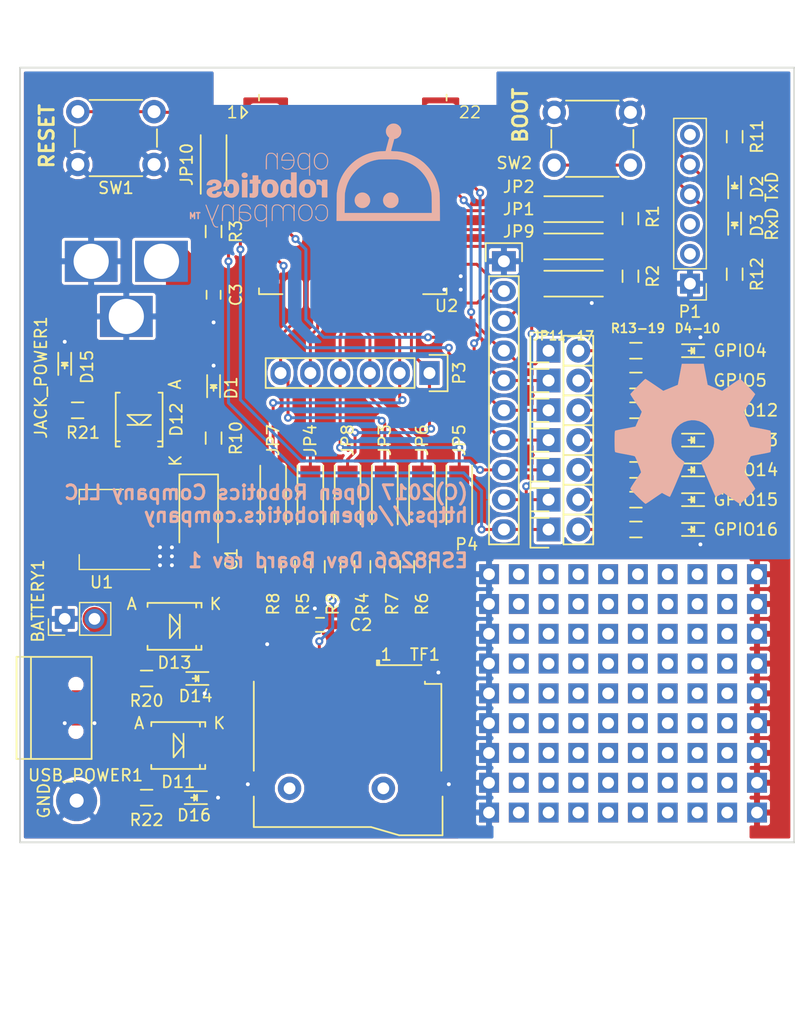
<source format=kicad_pcb>
(kicad_pcb (version 20160815) (host pcbnew "(2016-12-16 revision f631ae2)-makepkg")
  (title_block (title "ESP8266 Dev Board") (date 2016-12-28) (rev 1) (company "Open Robotics Company LLC") (comment 1 "Drawn by Aaron Kondziela"))
  (layers (0 F.Cu signal) (31 B.Cu signal) (34 B.Paste user hide) (35 F.Paste user hide) (36 B.SilkS user) (37 F.SilkS user) (38 B.Mask user) (39 F.Mask user) (44 Edge.Cuts user))
  (net 0 "")
  (net 1 "Net-(R8-Pad2)")
  (net 2 "Net-(R5-Pad2)")
  (net 3 "Net-(R9-Pad2)")
  (net 4 VCC)
  (net 5 "Net-(R4-Pad2)")
  (net 6 "Net-(R7-Pad2)")
  (net 7 "Net-(R6-Pad2)")
  (net 8 GPIO15)
  (net 9 "Net-(JP1-Pad1)")
  (net 10 "Net-(JP1-Pad2)")
  (net 11 "Net-(JP2-Pad2)")
  (net 12 "Net-(JP2-Pad1)")
  (net 13 "Net-(JP3-Pad1)")
  (net 14 SPI_MISO/GPIO7)
  (net 15 "Net-(JP4-Pad1)")
  (net 16 "Net-(JP5-Pad1)")
  (net 17 SPIHD/GPIO9)
  (net 18 SPIWP/GPIO10)
  (net 19 "Net-(JP6-Pad1)")
  (net 20 "Net-(JP7-Pad1)")
  (net 21 SPI_MOSI/GPIO8)
  (net 22 SPI_CLK/GPIO6)
  (net 23 "Net-(JP8-Pad1)")
  (net 24 "Net-(JP10-Pad1)")
  (net 25 EN)
  (net 26 "Net-(SW1-Pad2)")
  (net 27 ADC)
  (net 28 GPIO16)
  (net 29 GPIO14)
  (net 30 GPIO12)
  (net 31 GPIO13)
  (net 32 GPIO4)
  (net 33 GPIO5)
  (net 34 FTDI_TxD)
  (net 35 FTDI_RxD)
  (net 36 Vin)
  (net 37 "Net-(BATTERY1-Pad2)")
  (net 38 "Net-(D14-Pad2)")
  (net 39 "Net-(D15-Pad2)")
  (net 40 "Net-(D12-Pad2)")
  (net 41 "Net-(D11-Pad2)")
  (net 42 "Net-(D16-Pad2)")
  (net 43 "Net-(D9-Pad2)")
  (net 44 "Net-(JP16-Pad2)")
  (net 45 "Net-(JP17-Pad2)")
  (net 46 "Net-(D10-Pad2)")
  (net 47 "Net-(D7-Pad2)")
  (net 48 "Net-(JP14-Pad2)")
  (net 49 "Net-(JP15-Pad2)")
  (net 50 "Net-(D8-Pad2)")
  (net 51 "Net-(D1-Pad2)")
  (net 52 "Net-(D2-Pad2)")
  (net 53 "Net-(D3-Pad2)")
  (net 54 "Net-(D4-Pad2)")
  (net 55 "Net-(JP11-Pad2)")
  (net 56 "Net-(JP12-Pad2)")
  (net 57 "Net-(D5-Pad2)")
  (net 58 "Net-(D6-Pad2)")
  (net 59 "Net-(JP13-Pad2)")
  (net 60 FTDI_CTS)
  (net 61 FTDI_VCC)
  (net 62 FTDI_RTS)
  (net 63 "Net-(USB_POWER1-Pad4)")
  (net 64 "Net-(USB_POWER1-Pad3)")
  (net 65 "Net-(USB_POWER1-Pad2)")
  (net 66 GND)
  (net 67 SPI_CS0/GPIO11)
  (module orc-esp1:LOGO-orc-20mm-flip (layer F.Cu) (at 130.048 85.09)
    (fp_text reference G*** hide)
    (fp_text value LOGO hide)
    (fp_text user TM (at -11 3.75) (layer B.SilkS) (effects (font (size 0.5 0.5) (thickness 0.125)) (justify mirror)))
  )
  (module orc-esp1:USB_Micro-B_AK (layer F.Cu) (at 107.65746 130.7809 270)
    (fp_text reference USB_POWER1 (at 5.7441 -2.07054) (layer F.SilkS))
    (fp_text value MICRO_USB)
    (pad "" np_thru_hole circle (at -2 -1.25) (size 0.8 0.8) (drill 0.8) (layers *.Cu))
    (pad 1 smd rect (at -1.3009 -1.56254) (size 1.35 0.4) (layers F.Cu F.Paste F.Mask) (net 41 "Net-(D11-Pad2)"))
    (pad 2 smd rect (at -0.6509 -1.56254) (size 1.35 0.4) (layers F.Cu F.Paste F.Mask) (net 65 "Net-(USB_POWER1-Pad2)"))
    (pad 3 smd rect (at -0.0009 -1.56254) (size 1.35 0.4) (layers F.Cu F.Paste F.Mask) (net 64 "Net-(USB_POWER1-Pad3)"))
    (pad 4 smd rect (at 0.6491 -1.56254) (size 1.35 0.4) (layers F.Cu F.Paste F.Mask) (net 63 "Net-(USB_POWER1-Pad4)"))
    (pad 5 smd rect (at 1.2991 -1.56254) (size 1.35 0.4) (layers F.Cu F.Paste F.Mask) (net 66 GND))
    (pad "" np_thru_hole circle (at 2 -1.25) (size 0.8 0.8) (drill 0.8) (layers *.Cu))
    (pad 6 smd rect (at -3.5009 1.13746) (size 1.55 1) (layers F.Cu F.Paste F.Mask) (net 66 GND))
    (pad 6 smd rect (at 3.4991 1.13746) (size 1.55 1) (layers F.Cu F.Paste F.Mask) (net 66 GND))
  )
  (module orc-esp1:BARREL_JACK_AK (layer F.Cu) (at 110.00486 92.71)
    (fp_text reference JACK_POWER1 (at -4.08686 9.906 90) (layer F.SilkS))
    (fp_text value BARREL_JACK)
    (pad 3 thru_hole rect (at 3.2004 4.699) (size 4.5 3.50012) (drill 3) (layers *.Cu *.Mask) (net 66 GND))
    (pad 2 thru_hole rect (at 0.20066 0) (size 4.5 3.50012) (drill 3) (layers *.Cu *.Mask) (net 66 GND))
    (pad 1 thru_hole rect (at 6.20014 0) (size 4.5 3.50012) (drill 3) (layers *.Cu *.Mask) (net 40 "Net-(D12-Pad2)"))
  )
  (module Wire_Pads:SolderWirePad_single_1-2mmDrill (layer F.Cu) (at 108.966 138.684)
    (fp_text reference GND (at -2.794 0 90) (layer F.SilkS))
    (fp_text value GND hide)
    (pad 1 thru_hole circle (at 0 0) (size 3.50012 3.50012) (drill 1.19888) (layers *.Cu *.Mask) (net 66 GND))
  )
  (module orc-esp1:10_hole_array_2.54mm (layer F.Cu) (at 144.145 139.7 90)
    (fp_text reference REF** hide)
    (fp_text value Pin_Header_Straight_1x10_Pitch2.54mm)
    (pad 10 thru_hole rect (at 0 22.86 90) (size 1.7 1.7) (drill 1) (layers *.Cu *.Mask) (net 4 VCC))
    (pad 9 thru_hole rect (at 0 20.32 90) (size 1.7 1.7) (drill 1) (layers *.Cu *.Mask))
    (pad 8 thru_hole rect (at 0 17.78 90) (size 1.7 1.7) (drill 1) (layers *.Cu *.Mask))
    (pad 7 thru_hole rect (at 0 15.24 90) (size 1.7 1.7) (drill 1) (layers *.Cu *.Mask))
    (pad 6 thru_hole rect (at 0 12.7 90) (size 1.7 1.7) (drill 1) (layers *.Cu *.Mask))
    (pad 5 thru_hole rect (at 0 10.16 90) (size 1.7 1.7) (drill 1) (layers *.Cu *.Mask))
    (pad 4 thru_hole rect (at 0 7.62 90) (size 1.7 1.7) (drill 1) (layers *.Cu *.Mask))
    (pad 3 thru_hole rect (at 0 5.08 90) (size 1.7 1.7) (drill 1) (layers *.Cu *.Mask))
    (pad 2 thru_hole rect (at 0 2.54 90) (size 1.7 1.7) (drill 1) (layers *.Cu *.Mask))
    (pad 1 thru_hole rect (at 0 0 90) (size 1.7 1.7) (drill 1) (layers *.Cu *.Mask) (net 66 GND))
  )
  (module orc-esp1:10_hole_array_2.54mm (layer F.Cu) (at 144.145 137.16 90)
    (fp_text reference REF** hide)
    (fp_text value Pin_Header_Straight_1x10_Pitch2.54mm)
    (pad 10 thru_hole rect (at 0 22.86 90) (size 1.7 1.7) (drill 1) (layers *.Cu *.Mask) (net 4 VCC))
    (pad 9 thru_hole rect (at 0 20.32 90) (size 1.7 1.7) (drill 1) (layers *.Cu *.Mask))
    (pad 8 thru_hole rect (at 0 17.78 90) (size 1.7 1.7) (drill 1) (layers *.Cu *.Mask))
    (pad 7 thru_hole rect (at 0 15.24 90) (size 1.7 1.7) (drill 1) (layers *.Cu *.Mask))
    (pad 6 thru_hole rect (at 0 12.7 90) (size 1.7 1.7) (drill 1) (layers *.Cu *.Mask))
    (pad 5 thru_hole rect (at 0 10.16 90) (size 1.7 1.7) (drill 1) (layers *.Cu *.Mask))
    (pad 4 thru_hole rect (at 0 7.62 90) (size 1.7 1.7) (drill 1) (layers *.Cu *.Mask))
    (pad 3 thru_hole rect (at 0 5.08 90) (size 1.7 1.7) (drill 1) (layers *.Cu *.Mask))
    (pad 2 thru_hole rect (at 0 2.54 90) (size 1.7 1.7) (drill 1) (layers *.Cu *.Mask))
    (pad 1 thru_hole rect (at 0 0 90) (size 1.7 1.7) (drill 1) (layers *.Cu *.Mask) (net 66 GND))
  )
  (module orc-esp1:10_hole_array_2.54mm (layer F.Cu) (at 144.145 134.62 90)
    (fp_text reference REF** hide)
    (fp_text value Pin_Header_Straight_1x10_Pitch2.54mm)
    (pad 10 thru_hole rect (at 0 22.86 90) (size 1.7 1.7) (drill 1) (layers *.Cu *.Mask) (net 4 VCC))
    (pad 9 thru_hole rect (at 0 20.32 90) (size 1.7 1.7) (drill 1) (layers *.Cu *.Mask))
    (pad 8 thru_hole rect (at 0 17.78 90) (size 1.7 1.7) (drill 1) (layers *.Cu *.Mask))
    (pad 7 thru_hole rect (at 0 15.24 90) (size 1.7 1.7) (drill 1) (layers *.Cu *.Mask))
    (pad 6 thru_hole rect (at 0 12.7 90) (size 1.7 1.7) (drill 1) (layers *.Cu *.Mask))
    (pad 5 thru_hole rect (at 0 10.16 90) (size 1.7 1.7) (drill 1) (layers *.Cu *.Mask))
    (pad 4 thru_hole rect (at 0 7.62 90) (size 1.7 1.7) (drill 1) (layers *.Cu *.Mask))
    (pad 3 thru_hole rect (at 0 5.08 90) (size 1.7 1.7) (drill 1) (layers *.Cu *.Mask))
    (pad 2 thru_hole rect (at 0 2.54 90) (size 1.7 1.7) (drill 1) (layers *.Cu *.Mask))
    (pad 1 thru_hole rect (at 0 0 90) (size 1.7 1.7) (drill 1) (layers *.Cu *.Mask) (net 66 GND))
  )
  (module orc-esp1:10_hole_array_2.54mm (layer F.Cu) (at 144.145 132.08 90)
    (fp_text reference REF** hide)
    (fp_text value Pin_Header_Straight_1x10_Pitch2.54mm)
    (pad 10 thru_hole rect (at 0 22.86 90) (size 1.7 1.7) (drill 1) (layers *.Cu *.Mask) (net 4 VCC))
    (pad 9 thru_hole rect (at 0 20.32 90) (size 1.7 1.7) (drill 1) (layers *.Cu *.Mask))
    (pad 8 thru_hole rect (at 0 17.78 90) (size 1.7 1.7) (drill 1) (layers *.Cu *.Mask))
    (pad 7 thru_hole rect (at 0 15.24 90) (size 1.7 1.7) (drill 1) (layers *.Cu *.Mask))
    (pad 6 thru_hole rect (at 0 12.7 90) (size 1.7 1.7) (drill 1) (layers *.Cu *.Mask))
    (pad 5 thru_hole rect (at 0 10.16 90) (size 1.7 1.7) (drill 1) (layers *.Cu *.Mask))
    (pad 4 thru_hole rect (at 0 7.62 90) (size 1.7 1.7) (drill 1) (layers *.Cu *.Mask))
    (pad 3 thru_hole rect (at 0 5.08 90) (size 1.7 1.7) (drill 1) (layers *.Cu *.Mask))
    (pad 2 thru_hole rect (at 0 2.54 90) (size 1.7 1.7) (drill 1) (layers *.Cu *.Mask))
    (pad 1 thru_hole rect (at 0 0 90) (size 1.7 1.7) (drill 1) (layers *.Cu *.Mask) (net 66 GND))
  )
  (module orc-esp1:10_hole_array_2.54mm (layer F.Cu) (at 144.145 129.54 90)
    (fp_text reference REF** hide)
    (fp_text value Pin_Header_Straight_1x10_Pitch2.54mm)
    (pad 10 thru_hole rect (at 0 22.86 90) (size 1.7 1.7) (drill 1) (layers *.Cu *.Mask) (net 4 VCC))
    (pad 9 thru_hole rect (at 0 20.32 90) (size 1.7 1.7) (drill 1) (layers *.Cu *.Mask))
    (pad 8 thru_hole rect (at 0 17.78 90) (size 1.7 1.7) (drill 1) (layers *.Cu *.Mask))
    (pad 7 thru_hole rect (at 0 15.24 90) (size 1.7 1.7) (drill 1) (layers *.Cu *.Mask))
    (pad 6 thru_hole rect (at 0 12.7 90) (size 1.7 1.7) (drill 1) (layers *.Cu *.Mask))
    (pad 5 thru_hole rect (at 0 10.16 90) (size 1.7 1.7) (drill 1) (layers *.Cu *.Mask))
    (pad 4 thru_hole rect (at 0 7.62 90) (size 1.7 1.7) (drill 1) (layers *.Cu *.Mask))
    (pad 3 thru_hole rect (at 0 5.08 90) (size 1.7 1.7) (drill 1) (layers *.Cu *.Mask))
    (pad 2 thru_hole rect (at 0 2.54 90) (size 1.7 1.7) (drill 1) (layers *.Cu *.Mask))
    (pad 1 thru_hole rect (at 0 0 90) (size 1.7 1.7) (drill 1) (layers *.Cu *.Mask) (net 66 GND))
  )
  (module orc-esp1:10_hole_array_2.54mm (layer F.Cu) (at 144.145 127 90)
    (fp_text reference REF** hide)
    (fp_text value Pin_Header_Straight_1x10_Pitch2.54mm)
    (pad 10 thru_hole rect (at 0 22.86 90) (size 1.7 1.7) (drill 1) (layers *.Cu *.Mask) (net 4 VCC))
    (pad 9 thru_hole rect (at 0 20.32 90) (size 1.7 1.7) (drill 1) (layers *.Cu *.Mask))
    (pad 8 thru_hole rect (at 0 17.78 90) (size 1.7 1.7) (drill 1) (layers *.Cu *.Mask))
    (pad 7 thru_hole rect (at 0 15.24 90) (size 1.7 1.7) (drill 1) (layers *.Cu *.Mask))
    (pad 6 thru_hole rect (at 0 12.7 90) (size 1.7 1.7) (drill 1) (layers *.Cu *.Mask))
    (pad 5 thru_hole rect (at 0 10.16 90) (size 1.7 1.7) (drill 1) (layers *.Cu *.Mask))
    (pad 4 thru_hole rect (at 0 7.62 90) (size 1.7 1.7) (drill 1) (layers *.Cu *.Mask))
    (pad 3 thru_hole rect (at 0 5.08 90) (size 1.7 1.7) (drill 1) (layers *.Cu *.Mask))
    (pad 2 thru_hole rect (at 0 2.54 90) (size 1.7 1.7) (drill 1) (layers *.Cu *.Mask))
    (pad 1 thru_hole rect (at 0 0 90) (size 1.7 1.7) (drill 1) (layers *.Cu *.Mask) (net 66 GND))
  )
  (module orc-esp1:10_hole_array_2.54mm (layer F.Cu) (at 144.145 124.46 90)
    (fp_text reference REF** hide)
    (fp_text value Pin_Header_Straight_1x10_Pitch2.54mm)
    (pad 10 thru_hole rect (at 0 22.86 90) (size 1.7 1.7) (drill 1) (layers *.Cu *.Mask) (net 4 VCC))
    (pad 9 thru_hole rect (at 0 20.32 90) (size 1.7 1.7) (drill 1) (layers *.Cu *.Mask))
    (pad 8 thru_hole rect (at 0 17.78 90) (size 1.7 1.7) (drill 1) (layers *.Cu *.Mask))
    (pad 7 thru_hole rect (at 0 15.24 90) (size 1.7 1.7) (drill 1) (layers *.Cu *.Mask))
    (pad 6 thru_hole rect (at 0 12.7 90) (size 1.7 1.7) (drill 1) (layers *.Cu *.Mask))
    (pad 5 thru_hole rect (at 0 10.16 90) (size 1.7 1.7) (drill 1) (layers *.Cu *.Mask))
    (pad 4 thru_hole rect (at 0 7.62 90) (size 1.7 1.7) (drill 1) (layers *.Cu *.Mask))
    (pad 3 thru_hole rect (at 0 5.08 90) (size 1.7 1.7) (drill 1) (layers *.Cu *.Mask))
    (pad 2 thru_hole rect (at 0 2.54 90) (size 1.7 1.7) (drill 1) (layers *.Cu *.Mask))
    (pad 1 thru_hole rect (at 0 0 90) (size 1.7 1.7) (drill 1) (layers *.Cu *.Mask) (net 66 GND))
  )
  (module orc-esp1:10_hole_array_2.54mm (layer F.Cu) (at 144.145 121.92 90)
    (fp_text reference REF** hide)
    (fp_text value "" hide)
    (pad 10 thru_hole rect (at 0 22.86 90) (size 1.7 1.7) (drill 1) (layers *.Cu *.Mask) (net 4 VCC))
    (pad 9 thru_hole rect (at 0 20.32 90) (size 1.7 1.7) (drill 1) (layers *.Cu *.Mask))
    (pad 8 thru_hole rect (at 0 17.78 90) (size 1.7 1.7) (drill 1) (layers *.Cu *.Mask))
    (pad 7 thru_hole rect (at 0 15.24 90) (size 1.7 1.7) (drill 1) (layers *.Cu *.Mask))
    (pad 6 thru_hole rect (at 0 12.7 90) (size 1.7 1.7) (drill 1) (layers *.Cu *.Mask))
    (pad 5 thru_hole rect (at 0 10.16 90) (size 1.7 1.7) (drill 1) (layers *.Cu *.Mask))
    (pad 4 thru_hole rect (at 0 7.62 90) (size 1.7 1.7) (drill 1) (layers *.Cu *.Mask))
    (pad 3 thru_hole rect (at 0 5.08 90) (size 1.7 1.7) (drill 1) (layers *.Cu *.Mask))
    (pad 2 thru_hole rect (at 0 2.54 90) (size 1.7 1.7) (drill 1) (layers *.Cu *.Mask))
    (pad 1 thru_hole rect (at 0 0 90) (size 1.7 1.7) (drill 1) (layers *.Cu *.Mask) (net 66 GND))
  )
  (module orc-esp1:10_hole_array_2.54mm (layer F.Cu) (at 144.145 119.38 90)
    (fp_text reference REF** hide)
    (fp_text value "" hide)
    (pad 10 thru_hole rect (at 0 22.86 90) (size 1.7 1.7) (drill 1) (layers *.Cu *.Mask) (net 4 VCC))
    (pad 9 thru_hole rect (at 0 20.32 90) (size 1.7 1.7) (drill 1) (layers *.Cu *.Mask))
    (pad 8 thru_hole rect (at 0 17.78 90) (size 1.7 1.7) (drill 1) (layers *.Cu *.Mask))
    (pad 7 thru_hole rect (at 0 15.24 90) (size 1.7 1.7) (drill 1) (layers *.Cu *.Mask))
    (pad 6 thru_hole rect (at 0 12.7 90) (size 1.7 1.7) (drill 1) (layers *.Cu *.Mask))
    (pad 5 thru_hole rect (at 0 10.16 90) (size 1.7 1.7) (drill 1) (layers *.Cu *.Mask))
    (pad 4 thru_hole rect (at 0 7.62 90) (size 1.7 1.7) (drill 1) (layers *.Cu *.Mask))
    (pad 3 thru_hole rect (at 0 5.08 90) (size 1.7 1.7) (drill 1) (layers *.Cu *.Mask))
    (pad 2 thru_hole rect (at 0 2.54 90) (size 1.7 1.7) (drill 1) (layers *.Cu *.Mask))
    (pad 1 thru_hole rect (at 0 0 90) (size 1.7 1.7) (drill 1) (layers *.Cu *.Mask) (net 66 GND))
  )
  (module Pin_Headers:Pin_Header_Straight_1x02_Pitch2.54mm (layer F.Cu) (at 107.95 123.19 90)
    (fp_text reference BATTERY1 (at 1.524 -2.286 90) (layer F.SilkS))
    (fp_text value POWER_1x2)
    (pad 2 thru_hole oval (at 0 2.54 90) (size 1.7 1.7) (drill 1) (layers *.Cu *.Mask) (net 37 "Net-(BATTERY1-Pad2)"))
    (pad 1 thru_hole rect (at 0 0 90) (size 1.7 1.7) (drill 1) (layers *.Cu *.Mask) (net 66 GND))
  )
  (module Pin_Headers:Pin_Header_Straight_1x06_Pitch2.54mm (layer F.Cu) (at 161.29 94.615 180)
    (fp_text reference P1 (at 0 -2.39 180) (layer F.SilkS))
    (fp_text value "FTDI Serial")
    (pad 6 thru_hole oval (at 0 12.7 180) (size 1.7 1.7) (drill 1) (layers *.Cu *.Mask) (net 62 FTDI_RTS))
    (pad 5 thru_hole oval (at 0 10.16 180) (size 1.7 1.7) (drill 1) (layers *.Cu *.Mask) (net 35 FTDI_RxD))
    (pad 4 thru_hole oval (at 0 7.62 180) (size 1.7 1.7) (drill 1) (layers *.Cu *.Mask) (net 34 FTDI_TxD))
    (pad 3 thru_hole oval (at 0 5.08 180) (size 1.7 1.7) (drill 1) (layers *.Cu *.Mask) (net 61 FTDI_VCC))
    (pad 2 thru_hole oval (at 0 2.54 180) (size 1.7 1.7) (drill 1) (layers *.Cu *.Mask) (net 60 FTDI_CTS))
    (pad 1 thru_hole rect (at 0 0 180) (size 1.7 1.7) (drill 1) (layers *.Cu *.Mask) (net 66 GND))
  )
  (module Buttons_Switches_THT:SW_PUSH_6mm (layer F.Cu) (at 156.21 84.51 180)
    (fp_text reference SW2 (at 9.906 0.182 180) (layer F.SilkS))
    (fp_text value Boot)
    (pad 2 thru_hole circle (at 0 4.5 270) (size 2 2) (drill 1.1) (layers *.Cu *.Mask) (net 66 GND))
    (pad 1 thru_hole circle (at 0 0 270) (size 2 2) (drill 1.1) (layers *.Cu *.Mask) (net 11 "Net-(JP2-Pad2)"))
    (pad 2 thru_hole circle (at 6.5 4.5 270) (size 2 2) (drill 1.1) (layers *.Cu *.Mask) (net 66 GND))
    (pad 1 thru_hole circle (at 6.5 0 270) (size 2 2) (drill 1.1) (layers *.Cu *.Mask) (net 11 "Net-(JP2-Pad2)"))
  )
  (module Buttons_Switches_THT:SW_PUSH_6mm (layer F.Cu) (at 115.57 84.455 180)
    (fp_text reference SW1 (at 3.25 -2 180) (layer F.SilkS))
    (fp_text value Reset)
    (pad 1 thru_hole circle (at 6.5 0 270) (size 2 2) (drill 1.1) (layers *.Cu *.Mask) (net 66 GND))
    (pad 2 thru_hole circle (at 6.5 4.5 270) (size 2 2) (drill 1.1) (layers *.Cu *.Mask) (net 26 "Net-(SW1-Pad2)"))
    (pad 1 thru_hole circle (at 0 0 270) (size 2 2) (drill 1.1) (layers *.Cu *.Mask) (net 66 GND))
    (pad 2 thru_hole circle (at 0 4.5 270) (size 2 2) (drill 1.1) (layers *.Cu *.Mask) (net 26 "Net-(SW1-Pad2)"))
  )
  (module orc-esp1:ESP-12-Q (layer F.Cu) (at 132.525179 83.51)
    (fp_text reference U2 (at 8 13) (layer F.SilkS))
    (fp_text value ESP-12q)
    (fp_text user 22 (at 10 -3.5) (layer F.SilkS) (effects (font (thickness 0.125))))
    (fp_text user 1 (at -10.28 -3.5) (layer F.SilkS) (effects (font (thickness 0.125))))
    (pad 22 smd rect (at 7.5 -3.5) (size 2 1) (layers F.Cu F.Paste F.Mask) (net 35 FTDI_RxD))
    (pad 21 smd rect (at 7.5 -1.5) (size 2 1) (layers F.Cu F.Paste F.Mask) (net 34 FTDI_TxD))
    (pad 20 smd rect (at 7.5 0.5) (size 2 1) (layers F.Cu F.Paste F.Mask) (net 33 GPIO5))
    (pad 19 smd rect (at 7.5 2.5) (size 2 1) (layers F.Cu F.Paste F.Mask) (net 32 GPIO4))
    (pad 18 smd rect (at 7.5 4.5) (size 2 1) (layers F.Cu F.Paste F.Mask) (net 12 "Net-(JP2-Pad1)"))
    (pad 17 smd rect (at 7.5 6.5) (size 2 1) (layers F.Cu F.Paste F.Mask) (net 9 "Net-(JP1-Pad1)"))
    (pad 16 smd rect (at 7.5 8.5) (size 2 1) (layers F.Cu F.Paste F.Mask) (net 8 GPIO15))
    (pad 15 smd rect (at 7.5 10.5) (size 2 1) (layers F.Cu F.Paste F.Mask) (net 66 GND))
    (pad 8 smd rect (at -7.5 10.5) (size 2 1) (layers F.Cu F.Paste F.Mask) (net 4 VCC))
    (pad 7 smd rect (at -7.5 8.5) (size 2 1) (layers F.Cu F.Paste F.Mask) (net 31 GPIO13))
    (pad 6 smd rect (at -7.5 6.5) (size 2 1) (layers F.Cu F.Paste F.Mask) (net 30 GPIO12))
    (pad 5 smd rect (at -7.5 4.5) (size 2 1) (layers F.Cu F.Paste F.Mask) (net 29 GPIO14))
    (pad 4 smd rect (at -7.5 2.5) (size 2 1) (layers F.Cu F.Paste F.Mask) (net 28 GPIO16))
    (pad 3 smd rect (at -7.5 0.5) (size 2 1) (layers F.Cu F.Paste F.Mask) (net 25 EN))
    (pad 2 smd rect (at -7.5 -1.5) (size 2 1) (layers F.Cu F.Paste F.Mask) (net 27 ADC))
    (pad 1 smd rect (at -7.5 -3.5) (size 2 1) (layers F.Cu F.Paste F.Mask) (net 26 "Net-(SW1-Pad2)"))
    (pad 9 smd rect (at -5 12) (size 1 2) (layers F.Cu F.Paste F.Mask) (net 67 SPI_CS0/GPIO11))
    (pad 10 smd rect (at -3 12) (size 1 2) (layers F.Cu F.Paste F.Mask) (net 14 SPI_MISO/GPIO7))
    (pad 11 smd rect (at -1 12) (size 1 2) (layers F.Cu F.Paste F.Mask) (net 17 SPIHD/GPIO9))
    (pad 12 smd rect (at 1 12) (size 1 2) (layers F.Cu F.Paste F.Mask) (net 18 SPIWP/GPIO10))
    (pad 13 smd rect (at 3 12) (size 1 2) (layers F.Cu F.Paste F.Mask) (net 21 SPI_MOSI/GPIO8))
    (pad 14 smd rect (at 5 12) (size 1 2) (layers F.Cu F.Paste F.Mask) (net 22 SPI_CLK/GPIO6))
  )
  (module TO_SOT_Packages_SMD:SOT-223 (layer F.Cu) (at 111.1 115.57 180)
    (fp_text reference U1 (at 0 -4.5 180) (layer F.SilkS))
    (fp_text value LM1117-3.3)
    (pad 1 smd rect (at -3.15 -2.3 180) (size 2 1.5) (layers F.Cu F.Paste F.Mask) (net 66 GND))
    (pad 3 smd rect (at -3.15 2.3 180) (size 2 1.5) (layers F.Cu F.Paste F.Mask) (net 36 Vin))
    (pad 2 smd rect (at -3.15 0 180) (size 2 1.5) (layers F.Cu F.Paste F.Mask) (net 4 VCC))
    (pad 4 smd rect (at 3.15 0 180) (size 2 3.8) (layers F.Cu F.Paste F.Mask) (net 4 VCC))
  )
  (module Pin_Headers:Pin_Header_Straight_1x10 (layer F.Cu) (at 145.415 92.71)
    (fp_text reference P4 (at -3.175 24.13) (layer F.SilkS))
    (fp_text value CONN_01X10)
    (pad 10 thru_hole oval (at 0 22.86) (size 2.032 1.7272) (drill 1.016) (layers *.Cu *.Mask) (net 28 GPIO16))
    (pad 9 thru_hole oval (at 0 20.32) (size 2.032 1.7272) (drill 1.016) (layers *.Cu *.Mask) (net 8 GPIO15))
    (pad 8 thru_hole oval (at 0 17.78) (size 2.032 1.7272) (drill 1.016) (layers *.Cu *.Mask) (net 29 GPIO14))
    (pad 7 thru_hole oval (at 0 15.24) (size 2.032 1.7272) (drill 1.016) (layers *.Cu *.Mask) (net 31 GPIO13))
    (pad 6 thru_hole oval (at 0 12.7) (size 2.032 1.7272) (drill 1.016) (layers *.Cu *.Mask) (net 30 GPIO12))
    (pad 5 thru_hole oval (at 0 10.16) (size 2.032 1.7272) (drill 1.016) (layers *.Cu *.Mask) (net 33 GPIO5))
    (pad 4 thru_hole oval (at 0 7.62) (size 2.032 1.7272) (drill 1.016) (layers *.Cu *.Mask) (net 32 GPIO4))
    (pad 3 thru_hole oval (at 0 5.08) (size 2.032 1.7272) (drill 1.016) (layers *.Cu *.Mask) (net 27 ADC))
    (pad 2 thru_hole oval (at 0 2.54) (size 2.032 1.7272) (drill 1.016) (layers *.Cu *.Mask) (net 25 EN))
    (pad 1 thru_hole rect (at 0 0) (size 2.032 1.7272) (drill 1.016) (layers *.Cu *.Mask) (net 66 GND))
  )
  (module Capacitors_SMD:C_0603_HandSoldering (layer F.Cu) (at 129.728 123.698 180)
    (fp_text reference C2 (at -3.495 0 180) (layer F.SilkS))
    (fp_text value 0.1uF)
    (pad 1 smd rect (at -0.95 0 180) (size 1.2 0.75) (layers F.Cu F.Paste F.Mask) (net 4 VCC))
    (pad 2 smd rect (at 0.95 0 180) (size 1.2 0.75) (layers F.Cu F.Paste F.Mask) (net 66 GND))
  )
  (module Capacitors_SMD:C_0603_HandSoldering (layer F.Cu) (at 120.65 95.565 270)
    (fp_text reference C3 (at 0 -1.9 270) (layer F.SilkS))
    (fp_text value 0.1uF)
    (pad 2 smd rect (at 0.95 0 270) (size 1.2 0.75) (layers F.Cu F.Paste F.Mask) (net 66 GND))
    (pad 1 smd rect (at -0.95 0 270) (size 1.2 0.75) (layers F.Cu F.Paste F.Mask) (net 4 VCC))
  )
  (module Capacitors_Tantalum_SMD:Tantalum_Case-B_EIA-3528-21_Hand (layer F.Cu) (at 119.38 114.926 270)
    (fp_text reference C1 (at 3.175 -2.794 270) (layer F.SilkS))
    (fp_text value 22uF)
    (pad 2 smd rect (at 2.15 0 270) (size 3.2 2.5) (layers F.Cu F.Paste F.Mask) (net 66 GND))
    (pad 1 smd rect (at -2.15 0 270) (size 3.2 2.5) (layers F.Cu F.Paste F.Mask) (net 4 VCC))
  )
  (module Diodes_SMD:SMB_Handsoldering (layer F.Cu) (at 117.31498 123.825 180)
    (fp_text reference D13 (at 0 -3.1 180) (layer F.SilkS))
    (fp_text value "Power Schottky")
    (fp_text user A (at 3.64998 1.905 180) (layer F.SilkS))
    (fp_text user K (at -3.5 1.905 180) (layer F.SilkS))
    (pad 2 smd rect (at 2.70002 0 180) (size 3.50012 2.30124) (layers F.Cu F.Paste F.Mask) (net 37 "Net-(BATTERY1-Pad2)"))
    (pad 1 smd rect (at -2.70002 0 180) (size 3.50012 2.30124) (layers F.Cu F.Paste F.Mask) (net 36 Vin))
  )
  (module Diodes_SMD:SMB_Handsoldering (layer F.Cu) (at 114.3 106.20502 90)
    (fp_text reference D12 (at 0 3.175 90) (layer F.SilkS))
    (fp_text value "Power Schottky")
    (fp_text user K (at -3.5 3.1 90) (layer F.SilkS))
    (fp_text user A (at 3 3.05 90) (layer F.SilkS))
    (pad 1 smd rect (at -2.70002 0 90) (size 3.50012 2.30124) (layers F.Cu F.Paste F.Mask) (net 36 Vin))
    (pad 2 smd rect (at 2.70002 0 90) (size 3.50012 2.30124) (layers F.Cu F.Paste F.Mask) (net 40 "Net-(D12-Pad2)"))
  )
  (module Diodes_SMD:SMB_Handsoldering (layer F.Cu) (at 117.63502 133.985 180)
    (fp_text reference D11 (at 0 -3.1 180) (layer F.SilkS))
    (fp_text value "Power Schottky")
    (fp_text user A (at 3.33502 1.905 180) (layer F.SilkS))
    (fp_text user K (at -3.5 1.905 180) (layer F.SilkS))
    (pad 2 smd rect (at 2.70002 0 180) (size 3.50012 2.30124) (layers F.Cu F.Paste F.Mask) (net 41 "Net-(D11-Pad2)"))
    (pad 1 smd rect (at -2.70002 0 180) (size 3.50012 2.30124) (layers F.Cu F.Paste F.Mask) (net 36 Vin))
  )
  (module LEDs:LED_0603 (layer F.Cu) (at 118.9863 138.43 180)
    (fp_text reference D16 (at 0 -1.5 180) (layer F.SilkS))
    (fp_text value USB_PWR_LED)
    (pad 1 smd rect (at -0.7493 0) (size 0.79756 0.79756) (layers F.Cu F.Paste F.Mask) (net 66 GND))
    (pad 2 smd rect (at 0.7493 0) (size 0.79756 0.79756) (layers F.Cu F.Paste F.Mask) (net 42 "Net-(D16-Pad2)"))
  )
  (module LEDs:LED_0603 (layer F.Cu) (at 107.95 101.6 270)
    (fp_text reference D15 (at 0.1143 -1.905 270) (layer F.SilkS))
    (fp_text value JACK_PWR_LED)
    (pad 2 smd rect (at 0.7493 0 90) (size 0.79756 0.79756) (layers F.Cu F.Paste F.Mask) (net 39 "Net-(D15-Pad2)"))
    (pad 1 smd rect (at -0.7493 0 90) (size 0.79756 0.79756) (layers F.Cu F.Paste F.Mask) (net 66 GND))
  )
  (module LEDs:LED_0603 (layer F.Cu) (at 119.1133 128.27 180)
    (fp_text reference D14 (at 0 -1.5 180) (layer F.SilkS))
    (fp_text value BATT_PWR_LED)
    (pad 1 smd rect (at -0.7493 0) (size 0.79756 0.79756) (layers F.Cu F.Paste F.Mask) (net 66 GND))
    (pad 2 smd rect (at 0.7493 0) (size 0.79756 0.79756) (layers F.Cu F.Paste F.Mask) (net 38 "Net-(D14-Pad2)"))
  )
  (module LEDs:LED_0603 (layer F.Cu) (at 161.4043 115.57 180)
    (fp_text reference D10 hide)
    (fp_text value GPIO16_LED)
    (pad 2 smd rect (at 0.7493 0) (size 0.79756 0.79756) (layers F.Cu F.Paste F.Mask) (net 46 "Net-(D10-Pad2)"))
    (pad 1 smd rect (at -0.7493 0) (size 0.79756 0.79756) (layers F.Cu F.Paste F.Mask) (net 66 GND))
  )
  (module LEDs:LED_0603 (layer F.Cu) (at 161.4043 113.03 180)
    (fp_text reference D9 hide)
    (fp_text value GPIO15_LED)
    (pad 1 smd rect (at -0.7493 0) (size 0.79756 0.79756) (layers F.Cu F.Paste F.Mask) (net 66 GND))
    (pad 2 smd rect (at 0.7493 0) (size 0.79756 0.79756) (layers F.Cu F.Paste F.Mask) (net 43 "Net-(D9-Pad2)"))
  )
  (module LEDs:LED_0603 (layer F.Cu) (at 161.4043 107.95 180)
    (fp_text reference D7 hide)
    (fp_text value GPIO13_LED)
    (pad 2 smd rect (at 0.7493 0) (size 0.79756 0.79756) (layers F.Cu F.Paste F.Mask) (net 47 "Net-(D7-Pad2)"))
    (pad 1 smd rect (at -0.7493 0) (size 0.79756 0.79756) (layers F.Cu F.Paste F.Mask) (net 66 GND))
  )
  (module LEDs:LED_0603 (layer F.Cu) (at 161.4043 105.41 180)
    (fp_text reference D6 hide)
    (fp_text value GPIO12_LED)
    (pad 1 smd rect (at -0.7493 0) (size 0.79756 0.79756) (layers F.Cu F.Paste F.Mask) (net 66 GND))
    (pad 2 smd rect (at 0.7493 0) (size 0.79756 0.79756) (layers F.Cu F.Paste F.Mask) (net 58 "Net-(D6-Pad2)"))
  )
  (module LEDs:LED_0603 (layer F.Cu) (at 161.4043 102.87 180)
    (fp_text reference D5 hide)
    (fp_text value GPIO5_LED)
    (pad 2 smd rect (at 0.7493 0) (size 0.79756 0.79756) (layers F.Cu F.Paste F.Mask) (net 57 "Net-(D5-Pad2)"))
    (pad 1 smd rect (at -0.7493 0) (size 0.79756 0.79756) (layers F.Cu F.Paste F.Mask) (net 66 GND))
  )
  (module LEDs:LED_0603 (layer F.Cu) (at 161.4043 100.33 180)
    (fp_text reference D4 hide)
    (fp_text value GPIO4_LED)
    (pad 1 smd rect (at -0.7493 0) (size 0.79756 0.79756) (layers F.Cu F.Paste F.Mask) (net 66 GND))
    (pad 2 smd rect (at 0.7493 0) (size 0.79756 0.79756) (layers F.Cu F.Paste F.Mask) (net 54 "Net-(D4-Pad2)"))
  )
  (module LEDs:LED_0603 (layer F.Cu) (at 165.1 89.6493 270)
    (fp_text reference D3 (at 0 -1.905 270) (layer F.SilkS))
    (fp_text value TxD_LED)
    (pad 2 smd rect (at 0.7493 0 90) (size 0.79756 0.79756) (layers F.Cu F.Paste F.Mask) (net 53 "Net-(D3-Pad2)"))
    (pad 1 smd rect (at -0.7493 0 90) (size 0.79756 0.79756) (layers F.Cu F.Paste F.Mask) (net 34 FTDI_TxD))
  )
  (module LEDs:LED_0603 (layer F.Cu) (at 165.1 86.2457 90)
    (fp_text reference D2 (at -0.1143 1.905 90) (layer F.SilkS))
    (fp_text value RxD_LED)
    (pad 1 smd rect (at -0.7493 0 270) (size 0.79756 0.79756) (layers F.Cu F.Paste F.Mask) (net 35 FTDI_RxD))
    (pad 2 smd rect (at 0.7493 0 270) (size 0.79756 0.79756) (layers F.Cu F.Paste F.Mask) (net 52 "Net-(D2-Pad2)"))
  )
  (module LEDs:LED_0603 (layer F.Cu) (at 120.65 103.505 270)
    (fp_text reference D1 (at 0 -1.5 270) (layer F.SilkS))
    (fp_text value REG_PWR_LED)
    (pad 2 smd rect (at 0.7493 0 90) (size 0.79756 0.79756) (layers F.Cu F.Paste F.Mask) (net 51 "Net-(D1-Pad2)"))
    (pad 1 smd rect (at -0.7493 0 90) (size 0.79756 0.79756) (layers F.Cu F.Paste F.Mask) (net 66 GND))
  )
  (module LEDs:LED_0603 (layer F.Cu) (at 161.4043 110.49 180)
    (fp_text reference D8 hide)
    (fp_text value GPIO14_LED)
    (pad 1 smd rect (at -0.7493 0) (size 0.79756 0.79756) (layers F.Cu F.Paste F.Mask) (net 66 GND))
    (pad 2 smd rect (at 0.7493 0) (size 0.79756 0.79756) (layers F.Cu F.Paste F.Mask) (net 50 "Net-(D8-Pad2)"))
  )
  (module Pin_Headers:Pin_Header_Straight_1x02 (layer F.Cu) (at 149.225 115.57 90)
    (fp_text reference JP17 hide)
    (fp_text value GPIO16_JP)
    (pad 1 thru_hole rect (at 0 0 90) (size 2.032 2.032) (drill 1.016) (layers *.Cu *.Mask) (net 28 GPIO16))
    (pad 2 thru_hole oval (at 0 2.54 90) (size 2.032 2.032) (drill 1.016) (layers *.Cu *.Mask) (net 45 "Net-(JP17-Pad2)"))
  )
  (module Pin_Headers:Pin_Header_Straight_1x02 (layer F.Cu) (at 149.225 110.49 90)
    (fp_text reference JP15 hide)
    (fp_text value GPIO14_JP)
    (pad 2 thru_hole oval (at 0 2.54 90) (size 2.032 2.032) (drill 1.016) (layers *.Cu *.Mask) (net 49 "Net-(JP15-Pad2)"))
    (pad 1 thru_hole rect (at 0 0 90) (size 2.032 2.032) (drill 1.016) (layers *.Cu *.Mask) (net 29 GPIO14))
  )
  (module Pin_Headers:Pin_Header_Straight_1x02 (layer F.Cu) (at 149.225 105.41 90)
    (fp_text reference JP13 hide)
    (fp_text value GPIO12_JP)
    (pad 1 thru_hole rect (at 0 0 90) (size 2.032 2.032) (drill 1.016) (layers *.Cu *.Mask) (net 30 GPIO12))
    (pad 2 thru_hole oval (at 0 2.54 90) (size 2.032 2.032) (drill 1.016) (layers *.Cu *.Mask) (net 59 "Net-(JP13-Pad2)"))
  )
  (module Pin_Headers:Pin_Header_Straight_1x02 (layer F.Cu) (at 149.225 102.87 90)
    (fp_text reference JP12 hide)
    (fp_text value GPIO5_JP)
    (pad 2 thru_hole oval (at 0 2.54 90) (size 2.032 2.032) (drill 1.016) (layers *.Cu *.Mask) (net 56 "Net-(JP12-Pad2)"))
    (pad 1 thru_hole rect (at 0 0 90) (size 2.032 2.032) (drill 1.016) (layers *.Cu *.Mask) (net 33 GPIO5))
  )
  (module Pin_Headers:Pin_Header_Straight_1x02 (layer F.Cu) (at 149.225 113.03 90)
    (fp_text reference JP16 hide)
    (fp_text value GPIO15_JP)
    (pad 2 thru_hole oval (at 0 2.54 90) (size 2.032 2.032) (drill 1.016) (layers *.Cu *.Mask) (net 44 "Net-(JP16-Pad2)"))
    (pad 1 thru_hole rect (at 0 0 90) (size 2.032 2.032) (drill 1.016) (layers *.Cu *.Mask) (net 8 GPIO15))
  )
  (module Pin_Headers:Pin_Header_Straight_1x02 (layer F.Cu) (at 149.225 100.33 90)
    (fp_text reference JP11 hide)
    (fp_text value GPIO4_JP)
    (pad 1 thru_hole rect (at 0 0 90) (size 2.032 2.032) (drill 1.016) (layers *.Cu *.Mask) (net 32 GPIO4))
    (pad 2 thru_hole oval (at 0 2.54 90) (size 2.032 2.032) (drill 1.016) (layers *.Cu *.Mask) (net 55 "Net-(JP11-Pad2)"))
  )
  (module Pin_Headers:Pin_Header_Straight_1x02 (layer F.Cu) (at 149.225 107.95 90)
    (fp_text reference JP14 hide)
    (fp_text value GPIO13_JP)
    (pad 2 thru_hole oval (at 0 2.54 90) (size 2.032 2.032) (drill 1.016) (layers *.Cu *.Mask) (net 48 "Net-(JP14-Pad2)"))
    (pad 1 thru_hole rect (at 0 0 90) (size 2.032 2.032) (drill 1.016) (layers *.Cu *.Mask) (net 31 GPIO13))
  )
  (module Pin_Headers:Pin_Header_Straight_1x06 (layer F.Cu) (at 139.065 102.235 270)
    (fp_text reference P3 (at 0 -2.54 270) (layer F.SilkS))
    (fp_text value CONN_01X06)
    (pad 6 thru_hole oval (at 0 12.7 270) (size 2.032 1.7272) (drill 1.016) (layers *.Cu *.Mask) (net 67 SPI_CS0/GPIO11))
    (pad 5 thru_hole oval (at 0 10.16 270) (size 2.032 1.7272) (drill 1.016) (layers *.Cu *.Mask) (net 14 SPI_MISO/GPIO7))
    (pad 4 thru_hole oval (at 0 7.62 270) (size 2.032 1.7272) (drill 1.016) (layers *.Cu *.Mask) (net 17 SPIHD/GPIO9))
    (pad 3 thru_hole oval (at 0 5.08 270) (size 2.032 1.7272) (drill 1.016) (layers *.Cu *.Mask) (net 18 SPIWP/GPIO10))
    (pad 2 thru_hole oval (at 0 2.54 270) (size 2.032 1.7272) (drill 1.016) (layers *.Cu *.Mask) (net 21 SPI_MOSI/GPIO8))
    (pad 1 thru_hole rect (at 0 0 270) (size 2.032 1.7272) (drill 1.016) (layers *.Cu *.Mask) (net 22 SPI_CLK/GPIO6))
  )
  (module Resistors_SMD:R_0603_HandSoldering (layer F.Cu) (at 156.675 105.41 180)
    (fp_text reference R15 hide)
    (fp_text value 200R)
    (pad 1 smd rect (at -1.1 0 180) (size 1.2 0.9) (layers F.Cu F.Paste F.Mask) (net 58 "Net-(D6-Pad2)"))
    (pad 2 smd rect (at 1.1 0 180) (size 1.2 0.9) (layers F.Cu F.Paste F.Mask) (net 59 "Net-(JP13-Pad2)"))
  )
  (module Resistors_SMD:R_0603_HandSoldering (layer F.Cu) (at 156.675 102.87 180)
    (fp_text reference R14 hide)
    (fp_text value 200R)
    (pad 2 smd rect (at 1.1 0 180) (size 1.2 0.9) (layers F.Cu F.Paste F.Mask) (net 56 "Net-(JP12-Pad2)"))
    (pad 1 smd rect (at -1.1 0 180) (size 1.2 0.9) (layers F.Cu F.Paste F.Mask) (net 57 "Net-(D5-Pad2)"))
  )
  (module Resistors_SMD:R_0603_HandSoldering (layer F.Cu) (at 156.675 100.33 180)
    (fp_text reference R13 hide)
    (fp_text value 200R)
    (pad 1 smd rect (at -1.1 0 180) (size 1.2 0.9) (layers F.Cu F.Paste F.Mask) (net 54 "Net-(D4-Pad2)"))
    (pad 2 smd rect (at 1.1 0 180) (size 1.2 0.9) (layers F.Cu F.Paste F.Mask) (net 55 "Net-(JP11-Pad2)"))
  )
  (module Resistors_SMD:R_0603_HandSoldering (layer F.Cu) (at 165.1 93.81 270)
    (fp_text reference R12 (at 0 -1.9 270) (layer F.SilkS))
    (fp_text value 200R)
    (pad 2 smd rect (at 1.1 0 270) (size 1.2 0.9) (layers F.Cu F.Paste F.Mask) (net 4 VCC))
    (pad 1 smd rect (at -1.1 0 270) (size 1.2 0.9) (layers F.Cu F.Paste F.Mask) (net 53 "Net-(D3-Pad2)"))
  )
  (module Resistors_SMD:R_0603_HandSoldering (layer F.Cu) (at 165.1 82.085 90)
    (fp_text reference R11 (at 0 1.905 90) (layer F.SilkS))
    (fp_text value 200R)
    (pad 1 smd rect (at -1.1 0 90) (size 1.2 0.9) (layers F.Cu F.Paste F.Mask) (net 52 "Net-(D2-Pad2)"))
    (pad 2 smd rect (at 1.1 0 90) (size 1.2 0.9) (layers F.Cu F.Paste F.Mask) (net 4 VCC))
  )
  (module Resistors_SMD:R_0603_HandSoldering (layer F.Cu) (at 120.65 107.78 270)
    (fp_text reference R10 (at 0 -1.9 270) (layer F.SilkS))
    (fp_text value 200R)
    (pad 2 smd rect (at 1.1 0 270) (size 1.2 0.9) (layers F.Cu F.Paste F.Mask) (net 4 VCC))
    (pad 1 smd rect (at -1.1 0 270) (size 1.2 0.9) (layers F.Cu F.Paste F.Mask) (net 51 "Net-(D1-Pad2)"))
  )
  (module Resistors_SMD:R_0603_HandSoldering (layer F.Cu) (at 130.81 118.745 270)
    (fp_text reference R9 (at 3.175 0 270) (layer F.SilkS))
    (fp_text value 200R)
    (pad 1 smd rect (at -1.1 0 270) (size 1.2 0.9) (layers F.Cu F.Paste F.Mask) (net 23 "Net-(JP8-Pad1)"))
    (pad 2 smd rect (at 1.1 0 270) (size 1.2 0.9) (layers F.Cu F.Paste F.Mask) (net 3 "Net-(R9-Pad2)"))
  )
  (module Resistors_SMD:R_0603_HandSoldering (layer F.Cu) (at 125.73 118.745 270)
    (fp_text reference R8 (at 3.175 0 270) (layer F.SilkS))
    (fp_text value 200R)
    (pad 2 smd rect (at 1.1 0 270) (size 1.2 0.9) (layers F.Cu F.Paste F.Mask) (net 1 "Net-(R8-Pad2)"))
    (pad 1 smd rect (at -1.1 0 270) (size 1.2 0.9) (layers F.Cu F.Paste F.Mask) (net 20 "Net-(JP7-Pad1)"))
  )
  (module Resistors_SMD:R_0603_HandSoldering (layer F.Cu) (at 138.43 118.745 270)
    (fp_text reference R6 (at 3.175 0 270) (layer F.SilkS))
    (fp_text value 200R)
    (pad 1 smd rect (at -1.1 0 270) (size 1.2 0.9) (layers F.Cu F.Paste F.Mask) (net 16 "Net-(JP5-Pad1)"))
    (pad 2 smd rect (at 1.1 0 270) (size 1.2 0.9) (layers F.Cu F.Paste F.Mask) (net 7 "Net-(R6-Pad2)"))
  )
  (module Resistors_SMD:R_0603_HandSoldering (layer F.Cu) (at 156.675 110.49 180)
    (fp_text reference R17 hide)
    (fp_text value 200R)
    (pad 2 smd rect (at 1.1 0 180) (size 1.2 0.9) (layers F.Cu F.Paste F.Mask) (net 49 "Net-(JP15-Pad2)"))
    (pad 1 smd rect (at -1.1 0 180) (size 1.2 0.9) (layers F.Cu F.Paste F.Mask) (net 50 "Net-(D8-Pad2)"))
  )
  (module Resistors_SMD:R_0603_HandSoldering (layer F.Cu) (at 156.675 107.95 180)
    (fp_text reference R16 hide)
    (fp_text value 200R)
    (pad 1 smd rect (at -1.1 0 180) (size 1.2 0.9) (layers F.Cu F.Paste F.Mask) (net 47 "Net-(D7-Pad2)"))
    (pad 2 smd rect (at 1.1 0 180) (size 1.2 0.9) (layers F.Cu F.Paste F.Mask) (net 48 "Net-(JP14-Pad2)"))
  )
  (module Resistors_SMD:R_0603_HandSoldering (layer F.Cu) (at 156.675 115.57 180)
    (fp_text reference R19 hide)
    (fp_text value 200R)
    (pad 2 smd rect (at 1.1 0 180) (size 1.2 0.9) (layers F.Cu F.Paste F.Mask) (net 45 "Net-(JP17-Pad2)"))
    (pad 1 smd rect (at -1.1 0 180) (size 1.2 0.9) (layers F.Cu F.Paste F.Mask) (net 46 "Net-(D10-Pad2)"))
  )
  (module Resistors_SMD:R_0603_HandSoldering (layer F.Cu) (at 156.675 113.03 180)
    (fp_text reference R18 hide)
    (fp_text value 200R)
    (pad 1 smd rect (at -1.1 0 180) (size 1.2 0.9) (layers F.Cu F.Paste F.Mask) (net 43 "Net-(D9-Pad2)"))
    (pad 2 smd rect (at 1.1 0 180) (size 1.2 0.9) (layers F.Cu F.Paste F.Mask) (net 44 "Net-(JP16-Pad2)"))
  )
  (module Resistors_SMD:R_0603_HandSoldering (layer F.Cu) (at 114.935 138.43 180)
    (fp_text reference R22 (at 0 -1.9 180) (layer F.SilkS))
    (fp_text value 470R)
    (pad 2 smd rect (at 1.1 0 180) (size 1.2 0.9) (layers F.Cu F.Paste F.Mask) (net 41 "Net-(D11-Pad2)"))
    (pad 1 smd rect (at -1.1 0 180) (size 1.2 0.9) (layers F.Cu F.Paste F.Mask) (net 42 "Net-(D16-Pad2)"))
  )
  (module Resistors_SMD:R_0603_HandSoldering (layer F.Cu) (at 128.27 118.745 270)
    (fp_text reference R5 (at 3.175 0 270) (layer F.SilkS))
    (fp_text value 200R)
    (pad 1 smd rect (at -1.1 0 270) (size 1.2 0.9) (layers F.Cu F.Paste F.Mask) (net 15 "Net-(JP4-Pad1)"))
    (pad 2 smd rect (at 1.1 0 270) (size 1.2 0.9) (layers F.Cu F.Paste F.Mask) (net 2 "Net-(R5-Pad2)"))
  )
  (module Resistors_SMD:R_0603_HandSoldering (layer F.Cu) (at 133.35 118.745 270)
    (fp_text reference R4 (at 3.175 0 270) (layer F.SilkS))
    (fp_text value 200R)
    (pad 2 smd rect (at 1.1 0 270) (size 1.2 0.9) (layers F.Cu F.Paste F.Mask) (net 5 "Net-(R4-Pad2)"))
    (pad 1 smd rect (at -1.1 0 270) (size 1.2 0.9) (layers F.Cu F.Paste F.Mask) (net 13 "Net-(JP3-Pad1)"))
  )
  (module Resistors_SMD:R_0603_HandSoldering (layer F.Cu) (at 120.65 90.17 270)
    (fp_text reference R3 (at 0 -1.9 270) (layer F.SilkS))
    (fp_text value 10K)
    (pad 1 smd rect (at -1.1 0 270) (size 1.2 0.9) (layers F.Cu F.Paste F.Mask) (net 24 "Net-(JP10-Pad1)"))
    (pad 2 smd rect (at 1.1 0 270) (size 1.2 0.9) (layers F.Cu F.Paste F.Mask) (net 4 VCC))
  )
  (module Resistors_SMD:R_0603_HandSoldering (layer F.Cu) (at 156.21 93.98 90)
    (fp_text reference R2 (at 0 1.905 90) (layer F.SilkS))
    (fp_text value 10K)
    (pad 2 smd rect (at 1.1 0 90) (size 1.2 0.9) (layers F.Cu F.Paste F.Mask) (net 10 "Net-(JP1-Pad2)"))
    (pad 1 smd rect (at -1.1 0 90) (size 1.2 0.9) (layers F.Cu F.Paste F.Mask) (net 4 VCC))
  )
  (module Resistors_SMD:R_0603_HandSoldering (layer F.Cu) (at 156.21 89.07 270)
    (fp_text reference R1 (at -0.17 -1.905 270) (layer F.SilkS))
    (fp_text value 10K)
    (pad 1 smd rect (at -1.1 0 270) (size 1.2 0.9) (layers F.Cu F.Paste F.Mask) (net 11 "Net-(JP2-Pad2)"))
    (pad 2 smd rect (at 1.1 0 270) (size 1.2 0.9) (layers F.Cu F.Paste F.Mask) (net 4 VCC))
  )
  (module Resistors_SMD:R_0603_HandSoldering (layer F.Cu) (at 135.89 118.745 270)
    (fp_text reference R7 (at 3.175 0 270) (layer F.SilkS))
    (fp_text value 200R)
    (pad 2 smd rect (at 1.1 0 270) (size 1.2 0.9) (layers F.Cu F.Paste F.Mask) (net 6 "Net-(R7-Pad2)"))
    (pad 1 smd rect (at -1.1 0 270) (size 1.2 0.9) (layers F.Cu F.Paste F.Mask) (net 19 "Net-(JP6-Pad1)"))
  )
  (module Resistors_SMD:R_0603_HandSoldering (layer F.Cu) (at 109.05 105.41)
    (fp_text reference R21 (at 0.465 1.905) (layer F.SilkS))
    (fp_text value 470R)
    (pad 1 smd rect (at -1.1 0) (size 1.2 0.9) (layers F.Cu F.Paste F.Mask) (net 39 "Net-(D15-Pad2)"))
    (pad 2 smd rect (at 1.1 0) (size 1.2 0.9) (layers F.Cu F.Paste F.Mask) (net 40 "Net-(D12-Pad2)"))
  )
  (module Resistors_SMD:R_0603_HandSoldering (layer F.Cu) (at 114.935 128.27 180)
    (fp_text reference R20 (at 0 -1.9 180) (layer F.SilkS))
    (fp_text value 470R)
    (pad 2 smd rect (at 1.1 0 180) (size 1.2 0.9) (layers F.Cu F.Paste F.Mask) (net 37 "Net-(BATTERY1-Pad2)"))
    (pad 1 smd rect (at -1.1 0 180) (size 1.2 0.9) (layers F.Cu F.Paste F.Mask) (net 38 "Net-(D14-Pad2)"))
  )
  (module orc-esp1:Jumper_1206_NC_DNP (layer F.Cu) (at 120.65 84.455 90)
    (fp_text reference JP10 (at 0 -2.3 90) (layer F.SilkS))
    (fp_text value EN_JP)
    (pad 3 smd rect (at 0 0 90) (size 2 0.5) (layers F.Cu F.Mask))
    (pad 1 smd rect (at -1.5 0 90) (size 2 1.7) (layers F.Cu F.Paste F.Mask) (net 24 "Net-(JP10-Pad1)"))
    (pad 2 smd rect (at 1.5 0 90) (size 2 1.7) (layers F.Cu F.Paste F.Mask) (net 25 EN))
  )
  (module orc-esp1:Jumper_1206_NC_DNP (layer F.Cu) (at 132.08 112.625 90)
    (fp_text reference JP8 (at 4.675 0 90) (layer F.SilkS))
    (fp_text value SD_JP8)
    (pad 2 smd rect (at 1.5 0 90) (size 2 1.7) (layers F.Cu F.Paste F.Mask) (net 22 SPI_CLK/GPIO6))
    (pad 1 smd rect (at -1.5 0 90) (size 2 1.7) (layers F.Cu F.Paste F.Mask) (net 23 "Net-(JP8-Pad1)"))
    (pad 3 smd rect (at 0 0 90) (size 2 0.5) (layers F.Cu F.Mask))
  )
  (module orc-esp1:Jumper_1206_NC_DNP (layer F.Cu) (at 125.73 112.625 90)
    (fp_text reference JP7 (at 4.675 0 90) (layer F.SilkS))
    (fp_text value SD_JP7)
    (pad 3 smd rect (at 0 0 90) (size 2 0.5) (layers F.Cu F.Mask))
    (pad 1 smd rect (at -1.5 0 90) (size 2 1.7) (layers F.Cu F.Paste F.Mask) (net 20 "Net-(JP7-Pad1)"))
    (pad 2 smd rect (at 1.5 0 90) (size 2 1.7) (layers F.Cu F.Paste F.Mask) (net 21 SPI_MOSI/GPIO8))
  )
  (module orc-esp1:Jumper_1206_NC_DNP (layer F.Cu) (at 138.43 112.625 90)
    (fp_text reference JP6 (at 4.675 0 90) (layer F.SilkS))
    (fp_text value SD_JP6)
    (pad 2 smd rect (at 1.5 0 90) (size 2 1.7) (layers F.Cu F.Paste F.Mask) (net 18 SPIWP/GPIO10))
    (pad 1 smd rect (at -1.5 0 90) (size 2 1.7) (layers F.Cu F.Paste F.Mask) (net 19 "Net-(JP6-Pad1)"))
    (pad 3 smd rect (at 0 0 90) (size 2 0.5) (layers F.Cu F.Mask))
  )
  (module orc-esp1:Jumper_1206_NC_DNP (layer F.Cu) (at 141.605 112.625 90)
    (fp_text reference JP5 (at 4.675 0 90) (layer F.SilkS))
    (fp_text value SD_JP5)
    (pad 3 smd rect (at 0 0 90) (size 2 0.5) (layers F.Cu F.Mask))
    (pad 1 smd rect (at -1.5 0 90) (size 2 1.7) (layers F.Cu F.Paste F.Mask) (net 16 "Net-(JP5-Pad1)"))
    (pad 2 smd rect (at 1.5 0 90) (size 2 1.7) (layers F.Cu F.Paste F.Mask) (net 17 SPIHD/GPIO9))
  )
  (module orc-esp1:Jumper_1206_NC_DNP (layer F.Cu) (at 128.905 112.625 90)
    (fp_text reference JP4 (at 4.675 0 90) (layer F.SilkS))
    (fp_text value SD_JP4)
    (pad 2 smd rect (at 1.5 0 90) (size 2 1.7) (layers F.Cu F.Paste F.Mask) (net 14 SPI_MISO/GPIO7))
    (pad 1 smd rect (at -1.5 0 90) (size 2 1.7) (layers F.Cu F.Paste F.Mask) (net 15 "Net-(JP4-Pad1)"))
    (pad 3 smd rect (at 0 0 90) (size 2 0.5) (layers F.Cu F.Mask))
  )
  (module orc-esp1:Jumper_1206_NC_DNP (layer F.Cu) (at 135.255 112.625 90)
    (fp_text reference JP3 (at 4.675 0 90) (layer F.SilkS))
    (fp_text value SD_JP3)
    (pad 3 smd rect (at 0 0 90) (size 2 0.5) (layers F.Cu F.Mask))
    (pad 1 smd rect (at -1.5 0 90) (size 2 1.7) (layers F.Cu F.Paste F.Mask) (net 13 "Net-(JP3-Pad1)"))
    (pad 2 smd rect (at 1.5 0 90) (size 2 1.7) (layers F.Cu F.Paste F.Mask) (net 67 SPI_CS0/GPIO11))
  )
  (module orc-esp1:Jumper_1206_NC_DNP (layer F.Cu) (at 151.36 88.265)
    (fp_text reference JP2 (at -4.675 -1.905) (layer F.SilkS))
    (fp_text value BOOT_JP)
    (pad 2 smd rect (at 1.5 0) (size 2 1.7) (layers F.Cu F.Paste F.Mask) (net 11 "Net-(JP2-Pad2)"))
    (pad 1 smd rect (at -1.5 0) (size 2 1.7) (layers F.Cu F.Paste F.Mask) (net 12 "Net-(JP2-Pad1)"))
    (pad 3 smd rect (at 0 0) (size 2 0.5) (layers F.Cu F.Mask))
  )
  (module orc-esp1:Jumper_1206_NC_DNP (layer F.Cu) (at 151.36 91.44)
    (fp_text reference JP1 (at -4.675 -3.175) (layer F.SilkS))
    (fp_text value BOOT_JP3)
    (pad 3 smd rect (at 0 0) (size 2 0.5) (layers F.Cu F.Mask))
    (pad 1 smd rect (at -1.5 0) (size 2 1.7) (layers F.Cu F.Paste F.Mask) (net 9 "Net-(JP1-Pad1)"))
    (pad 2 smd rect (at 1.5 0) (size 2 1.7) (layers F.Cu F.Paste F.Mask) (net 10 "Net-(JP1-Pad2)"))
  )
  (module orc-esp1:Jumper_1206_NC_DNP (layer F.Cu) (at 151.36 94.615 180)
    (fp_text reference JP9 (at 4.675 4.445 180) (layer F.SilkS))
    (fp_text value BOOT_JP2)
    (pad 2 smd rect (at 1.5 0 180) (size 2 1.7) (layers F.Cu F.Paste F.Mask) (net 8 GPIO15))
    (pad 1 smd rect (at -1.5 0 180) (size 2 1.7) (layers F.Cu F.Paste F.Mask) (net 66 GND))
    (pad 3 smd rect (at 0 0 180) (size 2 0.5) (layers F.Cu F.Mask))
  )
  (module orc-esp1:Sumai-Micro-SD-Bomb (layer F.Cu) (at 132.08 135.135)
    (fp_text reference TF1 (at 6.6 -8.9) (layer F.SilkS))
    (fp_text value Micro_SD_Bomb)
    (fp_text user 1 (at 3.3 -8.9) (layer F.SilkS))
    (pad 9 smd roundrect (at -6.8 -8.3) (size 0.47 1.3) (layers F.Cu F.Paste F.Mask) (net 66 GND))
    (pad 10 smd rect (at -7.8 -7.5) (size 0.65 1.2) (layers F.Cu F.Paste F.Mask) (net 66 GND))
    (pad 10 smd rect (at 6.9 -7.5) (size 0.65 1.2) (layers F.Cu F.Paste F.Mask) (net 66 GND))
    (pad 10 smd rect (at -7.8 2.1) (size 0.65 1.8) (layers F.Cu F.Paste F.Mask) (net 66 GND))
    (pad 10 smd rect (at 7.8 2.1) (size 0.65 1.8) (layers F.Cu F.Paste F.Mask) (net 66 GND))
    (pad 8 smd roundrect (at -5.7 -8.3) (size 0.47 1.3) (layers F.Cu F.Paste F.Mask) (net 1 "Net-(R8-Pad2)"))
    (pad 7 smd roundrect (at -4.6 -8.3) (size 0.47 1.3) (layers F.Cu F.Paste F.Mask) (net 2 "Net-(R5-Pad2)"))
    (pad 6 smd roundrect (at -3.5 -8.3) (size 0.47 1.3) (layers F.Cu F.Paste F.Mask) (net 66 GND))
    (pad 5 smd roundrect (at -2.4 -8.3) (size 0.47 1.3) (layers F.Cu F.Paste F.Mask) (net 3 "Net-(R9-Pad2)"))
    (pad 4 smd roundrect (at -1.3 -8.3) (size 0.47 1.3) (layers F.Cu F.Paste F.Mask) (net 4 VCC))
    (pad 3 smd roundrect (at -0.2 -8.3) (size 0.47 1.3) (layers F.Cu F.Paste F.Mask) (net 5 "Net-(R4-Pad2)"))
    (pad 2 smd roundrect (at 0.9 -8.3) (size 0.47 1.3) (layers F.Cu F.Paste F.Mask) (net 6 "Net-(R7-Pad2)"))
    (pad 1 smd roundrect (at 2 -8.3) (size 0.47 1.3) (layers F.Cu F.Paste F.Mask) (net 7 "Net-(R6-Pad2)"))
    (pad "" thru_hole circle (at 3.05 2.5) (size 2 2) (drill 1) (layers *.Cu *.Mask))
    (pad "" thru_hole circle (at -4.95 2.5) (size 2 2) (drill 1) (layers *.Cu *.Mask))
  )
  (module Symbols:OSHW-Symbol_13.4x12mm_SilkScreen (layer B.Cu) (at 161.544 107.442 180)
    (fp_text reference REF*** hide)
    (fp_text value "" hide)
  )
  (gr_text BOOT (at 146.812 80.264 90) (layer F.SilkS) (effects (font (size 1.2 1.2) (thickness 0.25))))
  (gr_text RESET (at 106.426 82.042 90) (layer F.SilkS) (effects (font (size 1.2 1.2) (thickness 0.25))))
  (gr_text "(C)2017 Open Robotics Company LLC\nhttps://openrobotics.company\n\nESP8266 Dev Board rev 1" (at 142.494 115.316) (layer B.SilkS) (effects (font (size 1.2 1.2) (thickness 0.25)) (justify left mirror)))
  (gr_line (start 104.14 76.2) (end 104.14 142.24) (layer Edge.Cuts) (width 0.15))
  (gr_line (start 170.18 142.24) (end 104.14 142.24) (layer Edge.Cuts) (width 0.15))
  (gr_line (start 170.18 76.2) (end 170.18 142.24) (layer Edge.Cuts) (width 0.15))
  (gr_line (start 104.14 76.2) (end 170.18 76.2) (layer Edge.Cuts) (width 0.15))
  (gr_text TxD (at 168.275 86.36 90) (layer F.SilkS) (effects (font (size 1.016 1.016) (thickness 0.1524))))
  (gr_text RxD (at 168.275 89.535 90) (layer F.SilkS) (effects (font (size 1.016 1.016) (thickness 0.1524))))
  (gr_text GPIO16 (at 163.195 115.57) (layer F.SilkS) (effects (font (size 1.016 1.016) (thickness 0.1524)) (justify left)))
  (gr_text GPIO15 (at 163.195 113.03) (layer F.SilkS) (effects (font (size 1.016 1.016) (thickness 0.1524)) (justify left)))
  (gr_text GPIO14 (at 163.195 110.49) (layer F.SilkS) (effects (font (size 1.016 1.016) (thickness 0.1524)) (justify left)))
  (gr_text GPIO13 (at 163.195 107.95) (layer F.SilkS) (effects (font (size 1.016 1.016) (thickness 0.1524)) (justify left)))
  (gr_text GPIO12 (at 163.195 105.41) (layer F.SilkS) (effects (font (size 1.016 1.016) (thickness 0.1524)) (justify left)))
  (gr_text GPIO5 (at 163.195 102.87) (layer F.SilkS) (effects (font (size 1.016 1.016) (thickness 0.1524)) (justify left)))
  (gr_text GPIO4 (at 163.195 100.33) (layer F.SilkS) (effects (font (size 1.016 1.016) (thickness 0.1524)) (justify left)))
  (gr_text D4-10 (at 161.925 98.425) (layer F.SilkS) (effects (font (size 0.762 0.762) (thickness 0.1524))))
  (gr_text R13-19 (at 156.845 98.425) (layer F.SilkS) (effects (font (size 0.762 0.762) (thickness 0.1524))))
  (gr_text JP11-17 (at 150.495 99.06) (layer F.SilkS) (effects (font (size 0.762 0.762) (thickness 0.1524))))
  (segment (start 125.73 119.845) (end 125.73 121.92) (width 0.254) (layer F.Cu) (net 1))
  (segment (start 125.73 121.92) (end 126.38 122.57) (width 0.254) (layer F.Cu) (net 1))
  (segment (start 126.38 122.57) (end 126.38 126.085) (width 0.254) (layer F.Cu) (net 1))
  (segment (start 126.38 126.085) (end 126.38 126.835) (width 0.254) (layer F.Cu) (net 1))
  (segment (start 128.27 121.92) (end 127.48 122.71) (width 0.254) (layer F.Cu) (net 2))
  (segment (start 127.48 122.71) (end 127.48 126.835) (width 0.254) (layer F.Cu) (net 2))
  (segment (start 128.27 119.845) (end 128.27 121.92) (width 0.254) (layer F.Cu) (net 2))
  (segment (start 129.667 125.095) (end 129.667 126.822) (width 0.254) (layer F.Cu) (net 3))
  (segment (start 129.667 126.822) (end 129.68 126.835) (width 0.254) (layer F.Cu) (net 3))
  (segment (start 130.81 121.666) (end 130.81 123.952) (width 0.254) (layer B.Cu) (net 3))
  (segment (start 130.81 123.952) (end 129.667 125.095) (width 0.254) (layer B.Cu) (net 3))
  (via (at 129.667 125.095) (size 0.6858) (drill 0.3302) (layers F.Cu B.Cu) (net 3))
  (segment (start 130.81 119.845) (end 130.81 121.666) (width 0.254) (layer F.Cu) (net 3))
  (via (at 130.81 121.666) (size 0.6858) (drill 0.3302) (layers F.Cu B.Cu) (net 3))
  (segment (start 130.78 126.835) (end 130.78 123.8) (width 0.254) (layer F.Cu) (net 4))
  (segment (start 130.78 123.8) (end 130.678 123.698) (width 0.254) (layer F.Cu) (net 4))
  (segment (start 133.35 119.845) (end 133.35 121.412) (width 0.254) (layer F.Cu) (net 5))
  (segment (start 133.35 121.412) (end 131.88 122.882) (width 0.254) (layer F.Cu) (net 5))
  (segment (start 131.88 122.882) (end 131.88 126.085) (width 0.254) (layer F.Cu) (net 5))
  (segment (start 131.88 126.085) (end 131.88 126.835) (width 0.254) (layer F.Cu) (net 5))
  (segment (start 132.98 126.835) (end 132.98 124.068) (width 0.254) (layer F.Cu) (net 6))
  (segment (start 132.98 124.068) (end 135.89 121.158) (width 0.254) (layer F.Cu) (net 6))
  (segment (start 135.89 121.158) (end 135.89 119.845) (width 0.254) (layer F.Cu) (net 6))
  (segment (start 134.08 126.835) (end 134.08 125) (width 0.254) (layer F.Cu) (net 7))
  (segment (start 134.08 125) (end 138.43 120.65) (width 0.254) (layer F.Cu) (net 7))
  (segment (start 138.43 120.65) (end 138.43 119.845) (width 0.254) (layer F.Cu) (net 7))
  (segment (start 149.71 94.615) (end 148.082 92.987) (width 0.254) (layer F.Cu) (net 8))
  (segment (start 148.082 92.987) (end 148.082 92.71) (width 0.254) (layer F.Cu) (net 8))
  (segment (start 148.082 92.71) (end 146.812 91.44) (width 0.254) (layer F.Cu) (net 8))
  (segment (start 146.812 91.44) (end 141.095179 91.44) (width 0.254) (layer F.Cu) (net 8))
  (segment (start 141.095179 91.44) (end 140.525179 92.01) (width 0.254) (layer F.Cu) (net 8))
  (segment (start 140.525179 92.01) (end 140.025179 92.01) (width 0.254) (layer F.Cu) (net 8))
  (segment (start 149.71 94.615) (end 147.786804 96.538196) (width 0.254) (layer F.Cu) (net 8))
  (segment (start 147.786804 96.538196) (end 147.786804 98.891804) (width 0.254) (layer F.Cu) (net 8))
  (segment (start 147.786804 111.420196) (end 147.786804 99.376737) (width 0.254) (layer B.Cu) (net 8))
  (segment (start 147.32 111.887) (end 147.786804 111.420196) (width 0.254) (layer B.Cu) (net 8))
  (via (at 147.786804 98.891804) (size 0.6858) (drill 0.3302) (layers F.Cu B.Cu) (net 8))
  (segment (start 147.786804 99.376737) (end 147.786804 98.891804) (width 0.254) (layer B.Cu) (net 8))
  (segment (start 149.71 94.615) (end 149.86 94.615) (width 0.254) (layer F.Cu) (net 8))
  (segment (start 147.32 113.03) (end 149.225 113.03) (width 0.254) (layer F.Cu) (net 8))
  (segment (start 145.415 113.03) (end 147.32 113.03) (width 0.254) (layer F.Cu) (net 8))
  (segment (start 147.32 113.03) (end 147.32 111.887) (width 0.254) (layer F.Cu) (net 8))
  (via (at 147.32 111.887) (size 0.6858) (drill 0.3302) (layers F.Cu B.Cu) (net 8))
  (segment (start 140.025179 90.01) (end 147.033 90.01) (width 0.254) (layer F.Cu) (net 9))
  (segment (start 148.463 91.44) (end 149.86 91.44) (width 0.254) (layer F.Cu) (net 9))
  (segment (start 147.033 90.01) (end 148.463 91.44) (width 0.254) (layer F.Cu) (net 9))
  (segment (start 152.86 91.44) (end 154.92 91.44) (width 0.254) (layer F.Cu) (net 10))
  (segment (start 154.92 91.44) (end 156.21 92.73) (width 0.254) (layer F.Cu) (net 10))
  (segment (start 156.21 92.73) (end 156.21 92.88) (width 0.254) (layer F.Cu) (net 10))
  (segment (start 152.86 88.265) (end 155.915 88.265) (width 0.254) (layer F.Cu) (net 11))
  (segment (start 155.915 88.265) (end 156.21 87.97) (width 0.254) (layer F.Cu) (net 11))
  (segment (start 152.86 88.265) (end 152.86 86.439) (width 0.254) (layer F.Cu) (net 11))
  (segment (start 152.86 86.439) (end 152.273 85.852) (width 0.254) (layer F.Cu) (net 11))
  (segment (start 152.273 85.852) (end 152.273 84.51) (width 0.254) (layer F.Cu) (net 11))
  (segment (start 156.21 84.51) (end 152.273 84.51) (width 0.254) (layer F.Cu) (net 11))
  (segment (start 152.273 84.51) (end 149.71 84.51) (width 0.254) (layer F.Cu) (net 11))
  (segment (start 140.025179 88.01) (end 140.151624 88.01) (width 0.254) (layer F.Cu) (net 12))
  (segment (start 140.151624 88.01) (end 140.533624 88.392) (width 0.254) (layer F.Cu) (net 12))
  (segment (start 140.533624 88.392) (end 149.583 88.392) (width 0.254) (layer F.Cu) (net 12))
  (segment (start 149.583 88.392) (end 149.71 88.265) (width 0.254) (layer F.Cu) (net 12))
  (segment (start 149.71 88.265) (end 149.86 88.265) (width 0.254) (layer F.Cu) (net 12))
  (segment (start 133.35 117.645) (end 133.35 117.094) (width 0.254) (layer F.Cu) (net 13))
  (segment (start 133.35 117.094) (end 135.255 115.189) (width 0.254) (layer F.Cu) (net 13))
  (segment (start 135.255 115.189) (end 135.255 114.125) (width 0.254) (layer F.Cu) (net 13))
  (segment (start 128.905 102.235) (end 128.905 111.125) (width 0.254) (layer F.Cu) (net 14))
  (segment (start 129.525179 98.439821) (end 128.905 99.06) (width 0.254) (layer F.Cu) (net 14))
  (segment (start 128.905 99.06) (end 128.905 102.235) (width 0.254) (layer F.Cu) (net 14))
  (segment (start 129.525179 95.51) (end 129.525179 98.439821) (width 0.254) (layer F.Cu) (net 14))
  (segment (start 128.27 117.645) (end 128.27 116.332) (width 0.254) (layer F.Cu) (net 15))
  (segment (start 128.27 116.332) (end 128.905 115.697) (width 0.254) (layer F.Cu) (net 15))
  (segment (start 128.905 115.697) (end 128.905 114.125) (width 0.254) (layer F.Cu) (net 15))
  (segment (start 138.43 117.645) (end 138.43 116.586) (width 0.254) (layer F.Cu) (net 16))
  (segment (start 138.43 116.586) (end 138.938 116.078) (width 0.254) (layer F.Cu) (net 16))
  (segment (start 138.938 116.078) (end 141.224 116.078) (width 0.254) (layer F.Cu) (net 16))
  (segment (start 141.224 116.078) (end 141.605 115.697) (width 0.254) (layer F.Cu) (net 16))
  (segment (start 141.605 115.697) (end 141.605 114.125) (width 0.254) (layer F.Cu) (net 16))
  (segment (start 131.445 108.585) (end 131.445 102.235) (width 0.254) (layer F.Cu) (net 17))
  (segment (start 141.605 108.585) (end 131.445 108.585) (width 0.254) (layer B.Cu) (net 17))
  (via (at 131.445 108.585) (size 0.6858) (drill 0.3302) (layers F.Cu B.Cu) (net 17))
  (segment (start 141.605 111.125) (end 141.605 108.585) (width 0.254) (layer F.Cu) (net 17))
  (via (at 141.605 108.585) (size 0.6858) (drill 0.3302) (layers F.Cu B.Cu) (net 17))
  (segment (start 131.525179 98.979821) (end 131.445 99.06) (width 0.254) (layer F.Cu) (net 17))
  (segment (start 131.445 99.06) (end 131.445 102.235) (width 0.254) (layer F.Cu) (net 17))
  (segment (start 131.525179 95.51) (end 131.525179 98.979821) (width 0.254) (layer F.Cu) (net 17))
  (segment (start 138.43 111.125) (end 138.43 108.712) (width 0.254) (layer F.Cu) (net 18))
  (segment (start 138.43 108.712) (end 133.985 104.267) (width 0.254) (layer F.Cu) (net 18))
  (segment (start 133.985 104.267) (end 133.985 102.235) (width 0.254) (layer F.Cu) (net 18))
  (segment (start 133.525179 98.600179) (end 133.985 99.06) (width 0.254) (layer F.Cu) (net 18))
  (segment (start 133.985 99.06) (end 133.985 102.235) (width 0.254) (layer F.Cu) (net 18))
  (segment (start 133.525179 95.51) (end 133.525179 98.600179) (width 0.254) (layer F.Cu) (net 18))
  (segment (start 136.476 116.205) (end 136.5 116.205) (width 0.254) (layer F.Cu) (net 19))
  (segment (start 136.5 116.205) (end 138.43 114.275) (width 0.254) (layer F.Cu) (net 19))
  (segment (start 138.43 114.275) (end 138.43 114.125) (width 0.254) (layer F.Cu) (net 19))
  (segment (start 135.89 117.645) (end 135.89 116.791) (width 0.254) (layer F.Cu) (net 19))
  (segment (start 135.89 116.791) (end 136.476 116.205) (width 0.254) (layer F.Cu) (net 19))
  (segment (start 125.73 114.125) (end 125.73 117.645) (width 0.254) (layer F.Cu) (net 20))
  (segment (start 136.525 102.235) (end 136.525 104.302802) (width 0.254) (layer F.Cu) (net 21))
  (segment (start 125.73 104.775) (end 136.525 104.775) (width 0.254) (layer B.Cu) (net 21))
  (via (at 136.761099 104.538901) (size 0.6858) (drill 0.3302) (layers F.Cu B.Cu) (net 21))
  (segment (start 136.525 104.302802) (end 136.761099 104.538901) (width 0.254) (layer F.Cu) (net 21))
  (segment (start 136.525 104.775) (end 136.761099 104.538901) (width 0.254) (layer B.Cu) (net 21))
  (segment (start 125.73 104.775) (end 125.73 111.125) (width 0.254) (layer F.Cu) (net 21))
  (via (at 125.73 104.775) (size 0.6858) (drill 0.3302) (layers F.Cu B.Cu) (net 21))
  (segment (start 135.525179 98.060179) (end 136.525 99.06) (width 0.254) (layer F.Cu) (net 21))
  (segment (start 136.525 99.06) (end 136.525 102.235) (width 0.254) (layer F.Cu) (net 21))
  (segment (start 135.525179 95.51) (end 135.525179 98.060179) (width 0.254) (layer F.Cu) (net 21))
  (via (at 139.206836 106.984638) (size 0.6858) (drill 0.3302) (layers F.Cu B.Cu) (net 22))
  (segment (start 132.715 107.315) (end 138.876474 107.315) (width 0.254) (layer B.Cu) (net 22))
  (segment (start 139.065 106.842802) (end 139.206836 106.984638) (width 0.254) (layer F.Cu) (net 22))
  (segment (start 139.065 102.235) (end 139.065 106.842802) (width 0.254) (layer F.Cu) (net 22))
  (segment (start 138.876474 107.315) (end 139.206836 106.984638) (width 0.254) (layer B.Cu) (net 22))
  (segment (start 137.795 100.965) (end 137.9474 100.965) (width 0.254) (layer F.Cu) (net 22))
  (segment (start 137.525179 95.51) (end 137.525179 100.695179) (width 0.254) (layer F.Cu) (net 22))
  (segment (start 139.065 102.0826) (end 139.065 102.235) (width 0.254) (layer F.Cu) (net 22))
  (segment (start 137.525179 100.695179) (end 137.795 100.965) (width 0.254) (layer F.Cu) (net 22))
  (segment (start 137.9474 100.965) (end 139.065 102.0826) (width 0.254) (layer F.Cu) (net 22))
  (segment (start 132.08 111.125) (end 132.08 109.601) (width 0.254) (layer F.Cu) (net 22))
  (segment (start 132.08 109.601) (end 132.715 108.966) (width 0.254) (layer F.Cu) (net 22))
  (segment (start 132.715 108.966) (end 132.715 107.315) (width 0.254) (layer F.Cu) (net 22))
  (via (at 132.715 107.315) (size 0.6858) (drill 0.3302) (layers F.Cu B.Cu) (net 22))
  (segment (start 130.81 117.645) (end 130.81 116.713) (width 0.254) (layer F.Cu) (net 23))
  (segment (start 132.08 115.443) (end 132.08 114.125) (width 0.254) (layer F.Cu) (net 23))
  (segment (start 130.81 116.713) (end 132.08 115.443) (width 0.254) (layer F.Cu) (net 23))
  (segment (start 120.65 89.07) (end 120.65 85.955) (width 0.254) (layer F.Cu) (net 24))
  (segment (start 125.025179 84.01) (end 128.587 84.01) (width 0.254) (layer F.Cu) (net 25))
  (segment (start 143.129 96.266) (end 144.145 95.25) (width 0.254) (layer F.Cu) (net 25))
  (segment (start 128.587 84.01) (end 138.557 93.98) (width 0.254) (layer F.Cu) (net 25))
  (segment (start 138.557 93.98) (end 138.557 94.727623) (width 0.254) (layer F.Cu) (net 25))
  (segment (start 138.557 94.727623) (end 140.095377 96.266) (width 0.254) (layer F.Cu) (net 25))
  (segment (start 140.095377 96.266) (end 143.129 96.266) (width 0.254) (layer F.Cu) (net 25))
  (segment (start 144.145 95.25) (end 145.415 95.25) (width 0.254) (layer F.Cu) (net 25))
  (segment (start 125.025179 84.01) (end 123.771179 84.01) (width 0.254) (layer F.Cu) (net 25))
  (segment (start 123.771179 84.01) (end 122.716179 82.955) (width 0.254) (layer F.Cu) (net 25))
  (segment (start 122.716179 82.955) (end 121.754 82.955) (width 0.254) (layer F.Cu) (net 25))
  (segment (start 121.754 82.955) (end 120.65 82.955) (width 0.254) (layer F.Cu) (net 25))
  (segment (start 115.57 79.955) (end 109.07 79.955) (width 0.254) (layer F.Cu) (net 26))
  (segment (start 125.025179 80.01) (end 115.625 80.01) (width 0.254) (layer F.Cu) (net 26))
  (segment (start 115.625 80.01) (end 115.57 79.955) (width 0.254) (layer F.Cu) (net 26))
  (segment (start 146.811989 95.420575) (end 146.811989 96.545411) (width 0.254) (layer F.Cu) (net 27))
  (segment (start 146.81201 95.420554) (end 146.811989 95.420575) (width 0.254) (layer F.Cu) (net 27))
  (segment (start 146.81201 94.734466) (end 146.81201 95.420554) (width 0.254) (layer F.Cu) (net 27))
  (segment (start 145.5674 97.79) (end 145.415 97.79) (width 0.254) (layer F.Cu) (net 27))
  (segment (start 144.144988 94.00539) (end 146.082934 94.00539) (width 0.254) (layer F.Cu) (net 27))
  (segment (start 146.811989 96.545411) (end 145.5674 97.79) (width 0.254) (layer F.Cu) (net 27))
  (segment (start 143.103598 92.964) (end 144.144988 94.00539) (width 0.254) (layer F.Cu) (net 27))
  (segment (start 138.259434 92.964) (end 143.103598 92.964) (width 0.254) (layer F.Cu) (net 27))
  (segment (start 127.305434 82.01) (end 138.259434 92.964) (width 0.254) (layer F.Cu) (net 27))
  (segment (start 125.025179 82.01) (end 127.305434 82.01) (width 0.254) (layer F.Cu) (net 27))
  (segment (start 146.082934 94.00539) (end 146.81201 94.734466) (width 0.254) (layer F.Cu) (net 27))
  (segment (start 143.51 115.57) (end 143.51 112.268) (width 0.254) (layer B.Cu) (net 28))
  (segment (start 127.889 110.744) (end 121.92 104.775) (width 0.254) (layer B.Cu) (net 28))
  (segment (start 143.51 112.268) (end 141.986 110.744) (width 0.254) (layer B.Cu) (net 28))
  (segment (start 121.92 93.194933) (end 121.92 92.71) (width 0.254) (layer B.Cu) (net 28))
  (segment (start 141.986 110.744) (end 127.889 110.744) (width 0.254) (layer B.Cu) (net 28))
  (segment (start 121.92 104.775) (end 121.92 93.194933) (width 0.254) (layer B.Cu) (net 28))
  (segment (start 121.92 88.615179) (end 121.92 92.225067) (width 0.254) (layer F.Cu) (net 28))
  (segment (start 124.525179 86.01) (end 121.92 88.615179) (width 0.254) (layer F.Cu) (net 28))
  (segment (start 125.025179 86.01) (end 124.525179 86.01) (width 0.254) (layer F.Cu) (net 28))
  (segment (start 121.92 92.225067) (end 121.92 92.71) (width 0.254) (layer F.Cu) (net 28))
  (via (at 121.92 92.71) (size 0.6858) (drill 0.3302) (layers F.Cu B.Cu) (net 28))
  (segment (start 145.415 115.57) (end 149.225 115.57) (width 0.254) (layer F.Cu) (net 28))
  (segment (start 145.415 115.57) (end 143.51 115.57) (width 0.254) (layer F.Cu) (net 28))
  (via (at 143.51 115.57) (size 0.6858) (drill 0.3302) (layers F.Cu B.Cu) (net 28))
  (segment (start 143.383 110.49) (end 143.383 110.617) (width 0.254) (layer B.Cu) (net 29))
  (segment (start 143.383 110.617) (end 142.494 109.728) (width 0.254) (layer B.Cu) (net 29))
  (segment (start 142.494 109.728) (end 128.143 109.728) (width 0.254) (layer B.Cu) (net 29))
  (segment (start 128.143 109.728) (end 122.936 104.521) (width 0.254) (layer B.Cu) (net 29))
  (segment (start 122.936 104.521) (end 122.936 92.178933) (width 0.254) (layer B.Cu) (net 29))
  (segment (start 122.936 92.178933) (end 122.936 91.694) (width 0.254) (layer B.Cu) (net 29))
  (segment (start 122.936 91.209067) (end 122.936 91.694) (width 0.254) (layer F.Cu) (net 29))
  (segment (start 124.525179 88.01) (end 122.936 89.599179) (width 0.254) (layer F.Cu) (net 29))
  (segment (start 125.025179 88.01) (end 124.525179 88.01) (width 0.254) (layer F.Cu) (net 29))
  (segment (start 122.936 89.599179) (end 122.936 91.209067) (width 0.254) (layer F.Cu) (net 29))
  (via (at 122.936 91.694) (size 0.6858) (drill 0.3302) (layers F.Cu B.Cu) (net 29))
  (segment (start 145.415 110.49) (end 149.225 110.49) (width 0.254) (layer F.Cu) (net 29))
  (segment (start 145.415 110.49) (end 143.383 110.49) (width 0.254) (layer F.Cu) (net 29))
  (via (at 143.383 110.49) (size 0.6858) (drill 0.3302) (layers F.Cu B.Cu) (net 29))
  (segment (start 141.478011 99.512635) (end 141.152368 99.186992) (width 0.254) (layer F.Cu) (net 30))
  (segment (start 141.478011 101.625411) (end 141.478011 99.512635) (width 0.254) (layer F.Cu) (net 30))
  (segment (start 141.152368 99.186992) (end 139.422933 99.186992) (width 0.254) (layer F.Cu) (net 30))
  (segment (start 145.415 105.41) (end 145.2626 105.41) (width 0.254) (layer F.Cu) (net 30))
  (segment (start 139.422933 99.186992) (end 138.938 99.186992) (width 0.254) (layer F.Cu) (net 30))
  (segment (start 145.2626 105.41) (end 141.478011 101.625411) (width 0.254) (layer F.Cu) (net 30))
  (segment (start 130.047992 99.186992) (end 138.453067 99.186992) (width 0.254) (layer B.Cu) (net 30))
  (segment (start 128.524 97.663) (end 130.047992 99.186992) (width 0.254) (layer B.Cu) (net 30))
  (segment (start 128.524 91.694024) (end 128.524 97.663) (width 0.254) (layer B.Cu) (net 30))
  (segment (start 138.453067 99.186992) (end 138.938 99.186992) (width 0.254) (layer B.Cu) (net 30))
  (segment (start 127.634976 90.805) (end 128.524 91.694024) (width 0.254) (layer B.Cu) (net 30))
  (via (at 138.938 99.186992) (size 0.6858) (drill 0.3302) (layers F.Cu B.Cu) (net 30))
  (segment (start 127.292077 90.462101) (end 127.634976 90.805) (width 0.254) (layer F.Cu) (net 30))
  (segment (start 126.839976 90.01) (end 127.292077 90.462101) (width 0.254) (layer F.Cu) (net 30))
  (segment (start 125.025179 90.01) (end 126.839976 90.01) (width 0.254) (layer F.Cu) (net 30))
  (via (at 127.634976 90.805) (size 0.6858) (drill 0.3302) (layers F.Cu B.Cu) (net 30))
  (segment (start 145.415 105.41) (end 149.225 105.41) (width 0.254) (layer F.Cu) (net 30))
  (segment (start 145.415 107.95) (end 145.2626 107.95) (width 0.254) (layer F.Cu) (net 31))
  (segment (start 145.2626 107.95) (end 140.97 103.6574) (width 0.254) (layer F.Cu) (net 31))
  (segment (start 140.97 103.6574) (end 140.97 100.814921) (width 0.254) (layer F.Cu) (net 31))
  (segment (start 140.97 100.814921) (end 140.716 100.560921) (width 0.254) (layer F.Cu) (net 31))
  (segment (start 140.716 100.560921) (end 140.716 100.075988) (width 0.254) (layer F.Cu) (net 31))
  (segment (start 140.231067 100.075988) (end 140.716 100.075988) (width 0.254) (layer B.Cu) (net 31))
  (segment (start 126.619 93.091) (end 126.619 98.127436) (width 0.254) (layer B.Cu) (net 31))
  (via (at 140.716 100.075988) (size 0.6858) (drill 0.3302) (layers F.Cu B.Cu) (net 31))
  (segment (start 128.567552 100.075988) (end 140.231067 100.075988) (width 0.254) (layer B.Cu) (net 31))
  (segment (start 126.619 98.127436) (end 128.567552 100.075988) (width 0.254) (layer B.Cu) (net 31))
  (segment (start 126.606179 93.091) (end 126.619 93.091) (width 0.254) (layer F.Cu) (net 31))
  (segment (start 125.525179 92.01) (end 126.606179 93.091) (width 0.254) (layer F.Cu) (net 31))
  (segment (start 125.025179 92.01) (end 125.525179 92.01) (width 0.254) (layer F.Cu) (net 31))
  (via (at 126.619 93.091) (size 0.6858) (drill 0.3302) (layers F.Cu B.Cu) (net 31))
  (segment (start 145.415 107.95) (end 149.225 107.95) (width 0.254) (layer F.Cu) (net 31))
  (segment (start 145.5674 100.33) (end 146.685 101.4476) (width 0.254) (layer F.Cu) (net 32))
  (segment (start 145.415 100.33) (end 145.5674 100.33) (width 0.254) (layer F.Cu) (net 32))
  (segment (start 146.685 101.4476) (end 148.1074 101.4476) (width 0.254) (layer F.Cu) (net 32))
  (segment (start 148.1074 101.4476) (end 149.136099 100.418901) (width 0.254) (layer F.Cu) (net 32))
  (segment (start 149.136099 100.418901) (end 149.225 100.33) (width 0.254) (layer F.Cu) (net 32))
  (segment (start 142.621 97.512933) (end 142.621 97.028) (width 0.254) (layer F.Cu) (net 32))
  (segment (start 142.621 97.6884) (end 142.621 97.512933) (width 0.254) (layer F.Cu) (net 32))
  (segment (start 145.2626 100.33) (end 142.621 97.6884) (width 0.254) (layer F.Cu) (net 32))
  (segment (start 142.621 96.543067) (end 142.621 97.028) (width 0.254) (layer B.Cu) (net 32))
  (segment (start 142.621 88.137998) (end 142.621 96.543067) (width 0.254) (layer B.Cu) (net 32))
  (segment (start 141.986 87.502998) (end 142.621 88.137998) (width 0.254) (layer B.Cu) (net 32))
  (segment (start 145.415 100.33) (end 145.2626 100.33) (width 0.254) (layer F.Cu) (net 32))
  (via (at 142.621 97.028) (size 0.6858) (drill 0.3302) (layers F.Cu B.Cu) (net 32))
  (segment (start 140.525179 86.01) (end 141.986 87.470821) (width 0.254) (layer F.Cu) (net 32))
  (via (at 141.986 87.502998) (size 0.6858) (drill 0.3302) (layers F.Cu B.Cu) (net 32))
  (segment (start 140.025179 86.01) (end 140.525179 86.01) (width 0.254) (layer F.Cu) (net 32))
  (segment (start 141.986 87.470821) (end 141.986 87.502998) (width 0.254) (layer F.Cu) (net 32))
  (segment (start 143.383 86.867992) (end 143.383 99.187) (width 0.254) (layer B.Cu) (net 33))
  (segment (start 143.383 99.187) (end 142.875 99.695) (width 0.254) (layer B.Cu) (net 33))
  (segment (start 142.875 99.695) (end 142.875 99.69498) (width 0.254) (layer B.Cu) (net 33))
  (segment (start 142.875 100.4824) (end 142.875 100.179913) (width 0.254) (layer F.Cu) (net 33))
  (segment (start 145.415 102.87) (end 145.2626 102.87) (width 0.254) (layer F.Cu) (net 33))
  (segment (start 142.875 100.179913) (end 142.875 99.69498) (width 0.254) (layer F.Cu) (net 33))
  (via (at 142.875 99.69498) (size 0.6858) (drill 0.3302) (layers F.Cu B.Cu) (net 33))
  (segment (start 145.2626 102.87) (end 142.875 100.4824) (width 0.254) (layer F.Cu) (net 33))
  (segment (start 143.383 86.867821) (end 143.383 86.867992) (width 0.254) (layer F.Cu) (net 33))
  (segment (start 140.525179 84.01) (end 143.383 86.867821) (width 0.254) (layer F.Cu) (net 33))
  (segment (start 140.025179 84.01) (end 140.525179 84.01) (width 0.254) (layer F.Cu) (net 33))
  (via (at 143.383 86.867992) (size 0.6858) (drill 0.3302) (layers F.Cu B.Cu) (net 33))
  (segment (start 145.415 102.87) (end 149.225 102.87) (width 0.254) (layer F.Cu) (net 33))
  (segment (start 140.025179 82.01) (end 142.97 82.01) (width 0.254) (layer F.Cu) (net 34))
  (segment (start 142.97 82.01) (end 143.51 82.55) (width 0.254) (layer F.Cu) (net 34))
  (segment (start 143.51 82.55) (end 156.845 82.55) (width 0.254) (layer F.Cu) (net 34))
  (segment (start 156.845 82.55) (end 160.440001 86.145001) (width 0.254) (layer F.Cu) (net 34))
  (segment (start 160.440001 86.145001) (end 161.29 86.995) (width 0.254) (layer F.Cu) (net 34))
  (segment (start 165.1 88.9) (end 163.195 88.9) (width 0.254) (layer F.Cu) (net 34))
  (segment (start 163.195 88.9) (end 161.29 86.995) (width 0.254) (layer F.Cu) (net 34))
  (segment (start 140.025179 80.01) (end 141.859 80.01) (width 0.254) (layer F.Cu) (net 35))
  (segment (start 141.859 80.01) (end 143.764 81.915) (width 0.254) (layer F.Cu) (net 35))
  (segment (start 143.764 81.915) (end 158.75 81.915) (width 0.254) (layer F.Cu) (net 35))
  (segment (start 158.75 81.915) (end 160.440001 83.605001) (width 0.254) (layer F.Cu) (net 35))
  (segment (start 160.440001 83.605001) (end 161.29 84.455) (width 0.254) (layer F.Cu) (net 35))
  (segment (start 165.1 86.995) (end 163.83 86.995) (width 0.254) (layer F.Cu) (net 35))
  (segment (start 163.83 86.995) (end 161.29 84.455) (width 0.254) (layer F.Cu) (net 35))
  (segment (start 120.33504 133.985) (end 120.33504 132.26796) (width 2.032) (layer F.Cu) (net 36))
  (segment (start 120.33504 132.26796) (end 122.174 130.429) (width 2.032) (layer F.Cu) (net 36))
  (segment (start 122.174 130.429) (end 122.174 125.984) (width 2.032) (layer F.Cu) (net 36))
  (segment (start 122.174 125.984) (end 120.015 123.825) (width 2.032) (layer F.Cu) (net 36))
  (segment (start 120.015 123.825) (end 116.967 120.777) (width 2.032) (layer F.Cu) (net 36))
  (segment (start 111.125 114.3) (end 112.155 113.27) (width 2.032) (layer F.Cu) (net 36))
  (segment (start 112.155 113.27) (end 114.25 113.27) (width 2.032) (layer F.Cu) (net 36))
  (segment (start 116.967 120.777) (end 112.522 120.777) (width 2.032) (layer F.Cu) (net 36))
  (segment (start 112.522 120.777) (end 111.125 119.38) (width 2.032) (layer F.Cu) (net 36))
  (segment (start 111.125 119.38) (end 111.125 114.3) (width 2.032) (layer F.Cu) (net 36))
  (segment (start 114.3 108.71504) (end 114.3 113.03) (width 2.032) (layer F.Cu) (net 36))
  (segment (start 113.835 128.27) (end 113.835 124.60496) (width 0.254) (layer F.Cu) (net 37))
  (segment (start 113.835 124.60496) (end 114.61496 123.825) (width 0.254) (layer F.Cu) (net 37))
  (segment (start 114.61496 123.825) (end 111.125 123.825) (width 2.032) (layer F.Cu) (net 37))
  (segment (start 111.125 123.825) (end 110.49 123.19) (width 2.032) (layer F.Cu) (net 37))
  (segment (start 116.035 128.27) (end 118.364 128.27) (width 0.254) (layer F.Cu) (net 38))
  (segment (start 107.95 105.41) (end 107.95 104.706) (width 0.254) (layer F.Cu) (net 39))
  (segment (start 107.95 104.706) (end 107.95 102.3493) (width 0.254) (layer F.Cu) (net 39))
  (segment (start 116.205 92.71) (end 117.602 92.71) (width 2.54) (layer F.Cu) (net 40))
  (segment (start 117.602 92.71) (end 117.856 92.964) (width 2.54) (layer F.Cu) (net 40))
  (segment (start 117.856 101.6) (end 115.951 103.505) (width 2.54) (layer F.Cu) (net 40))
  (segment (start 117.856 92.964) (end 117.856 101.6) (width 2.54) (layer F.Cu) (net 40))
  (segment (start 115.951 103.505) (end 114.3 103.505) (width 2.54) (layer F.Cu) (net 40))
  (segment (start 114.3 103.505) (end 111.351 103.505) (width 0.254) (layer F.Cu) (net 40))
  (segment (start 111.351 103.505) (end 110.15 104.706) (width 0.254) (layer F.Cu) (net 40))
  (segment (start 110.15 104.706) (end 110.15 105.41) (width 0.254) (layer F.Cu) (net 40))
  (segment (start 113.835 138.43) (end 113.835 135.085) (width 0.254) (layer F.Cu) (net 41))
  (segment (start 113.835 135.085) (end 114.935 133.985) (width 0.254) (layer F.Cu) (net 41))
  (segment (start 109.22 129.48) (end 111.165001 129.48) (width 0.254) (layer F.Cu) (net 41))
  (segment (start 111.165001 129.48) (end 111.065 129.48) (width 0.254) (layer F.Cu) (net 41))
  (segment (start 114.935 133.985) (end 114.935 133.35) (width 2.032) (layer F.Cu) (net 41))
  (segment (start 114.935 133.35) (end 111.165001 129.580001) (width 2.032) (layer F.Cu) (net 41))
  (segment (start 116.035 138.43) (end 118.237 138.43) (width 0.254) (layer F.Cu) (net 42))
  (segment (start 160.655 113.03) (end 160.00222 113.03) (width 0.254) (layer F.Cu) (net 43))
  (segment (start 160.00222 113.03) (end 157.775 113.03) (width 0.254) (layer F.Cu) (net 43))
  (segment (start 151.765 113.03) (end 155.575 113.03) (width 0.254) (layer F.Cu) (net 44))
  (segment (start 151.765 115.57) (end 153.20184 115.57) (width 0.254) (layer F.Cu) (net 45))
  (segment (start 153.20184 115.57) (end 155.575 115.57) (width 0.254) (layer F.Cu) (net 45))
  (segment (start 157.775 115.57) (end 160.655 115.57) (width 0.254) (layer F.Cu) (net 46))
  (segment (start 160.655 107.95) (end 157.775 107.95) (width 0.254) (layer F.Cu) (net 47))
  (segment (start 151.765 107.95) (end 155.575 107.95) (width 0.254) (layer F.Cu) (net 48))
  (segment (start 151.765 110.49) (end 153.20184 110.49) (width 0.254) (layer F.Cu) (net 49))
  (segment (start 153.20184 110.49) (end 155.575 110.49) (width 0.254) (layer F.Cu) (net 49))
  (segment (start 157.775 110.49) (end 158.629 110.49) (width 0.254) (layer F.Cu) (net 50))
  (segment (start 158.629 110.49) (end 160.655 110.49) (width 0.254) (layer F.Cu) (net 50))
  (segment (start 120.65 106.68) (end 120.65 104.2543) (width 0.254) (layer F.Cu) (net 51))
  (segment (start 165.1 85.4964) (end 165.1 83.185) (width 0.254) (layer F.Cu) (net 52))
  (segment (start 165.1 90.3986) (end 165.1 92.71) (width 0.254) (layer F.Cu) (net 53))
  (segment (start 157.775 100.33) (end 160.655 100.33) (width 0.254) (layer F.Cu) (net 54))
  (segment (start 151.765 100.33) (end 155.575 100.33) (width 0.254) (layer F.Cu) (net 55))
  (segment (start 151.765 102.87) (end 153.20184 102.87) (width 0.254) (layer F.Cu) (net 56))
  (segment (start 153.20184 102.87) (end 155.575 102.87) (width 0.254) (layer F.Cu) (net 56))
  (segment (start 160.655 102.87) (end 157.775 102.87) (width 0.254) (layer F.Cu) (net 57))
  (segment (start 157.775 105.41) (end 160.655 105.41) (width 0.254) (layer F.Cu) (net 58))
  (segment (start 151.765 105.41) (end 155.575 105.41) (width 0.254) (layer F.Cu) (net 59))
  (segment (start 106.52 127.28) (end 106.52 130.65) (width 0.254) (layer F.Cu) (net 66))
  (segment (start 106.52 130.65) (end 107.95 132.08) (width 0.254) (layer F.Cu) (net 66))
  (segment (start 106.52 134.28) (end 106.52 133.51) (width 0.254) (layer F.Cu) (net 66))
  (segment (start 106.52 133.51) (end 107.95 132.08) (width 0.254) (layer F.Cu) (net 66))
  (segment (start 118.11 118.618) (end 118.11 118.346) (width 0.254) (layer F.Cu) (net 66))
  (segment (start 118.11 118.346) (end 119.38 117.076) (width 0.254) (layer F.Cu) (net 66))
  (segment (start 117.094 118.618) (end 118.11 118.618) (width 0.254) (layer F.Cu) (net 66))
  (segment (start 116.078 118.618) (end 117.094 118.618) (width 0.254) (layer B.Cu) (net 66))
  (via (at 117.094 118.618) (size 0.6858) (drill 0.3302) (layers F.Cu B.Cu) (net 66))
  (segment (start 114.568 117.87) (end 115.316 118.618) (width 0.254) (layer F.Cu) (net 66))
  (segment (start 115.316 118.618) (end 116.078 118.618) (width 0.254) (layer F.Cu) (net 66))
  (via (at 116.078 118.618) (size 0.6858) (drill 0.3302) (layers F.Cu B.Cu) (net 66))
  (segment (start 114.25 117.87) (end 114.568 117.87) (width 0.254) (layer F.Cu) (net 66))
  (segment (start 117.094 117.094) (end 119.362 117.094) (width 0.254) (layer F.Cu) (net 66))
  (segment (start 119.362 117.094) (end 119.38 117.076) (width 0.254) (layer F.Cu) (net 66))
  (segment (start 116.078 117.094) (end 117.094 117.094) (width 0.254) (layer B.Cu) (net 66))
  (via (at 117.094 117.094) (size 0.6858) (drill 0.3302) (layers F.Cu B.Cu) (net 66))
  (segment (start 114.54 117.87) (end 115.316 117.094) (width 0.254) (layer F.Cu) (net 66))
  (via (at 116.078 117.094) (size 0.6858) (drill 0.3302) (layers F.Cu B.Cu) (net 66))
  (segment (start 115.316 117.094) (end 116.078 117.094) (width 0.254) (layer F.Cu) (net 66))
  (segment (start 114.25 117.87) (end 114.54 117.87) (width 0.254) (layer F.Cu) (net 66))
  (segment (start 117.094 117.856) (end 118.6 117.856) (width 0.254) (layer F.Cu) (net 66))
  (segment (start 118.6 117.856) (end 119.38 117.076) (width 0.254) (layer F.Cu) (net 66))
  (segment (start 116.078 117.856) (end 117.094 117.856) (width 0.254) (layer B.Cu) (net 66))
  (via (at 117.094 117.856) (size 0.6858) (drill 0.3302) (layers F.Cu B.Cu) (net 66))
  (segment (start 114.25 117.87) (end 116.064 117.87) (width 0.254) (layer F.Cu) (net 66))
  (segment (start 116.064 117.87) (end 116.078 117.856) (width 0.254) (layer F.Cu) (net 66))
  (via (at 116.078 117.856) (size 0.6858) (drill 0.3302) (layers F.Cu B.Cu) (net 66))
  (segment (start 109.22 132.08) (end 110.49 132.08) (width 0.254) (layer F.Cu) (net 66))
  (via (at 110.49 132.08) (size 0.6858) (drill 0.3302) (layers F.Cu B.Cu) (net 66))
  (segment (start 109.22 132.08) (end 107.95 132.08) (width 0.254) (layer F.Cu) (net 66))
  (via (at 107.95 132.08) (size 0.6858) (drill 0.3302) (layers F.Cu B.Cu) (net 66))
  (segment (start 120.65 96.515) (end 120.65 97.917) (width 0.254) (layer F.Cu) (net 66))
  (via (at 120.65 97.917) (size 0.6858) (drill 0.3302) (layers F.Cu B.Cu) (net 66))
  (segment (start 107.95 100.8507) (end 107.95 99.568) (width 0.254) (layer F.Cu) (net 66))
  (via (at 107.95 99.568) (size 0.6858) (drill 0.3302) (layers F.Cu B.Cu) (net 66))
  (segment (start 120.65 102.7557) (end 120.65 101.6) (width 0.254) (layer F.Cu) (net 66))
  (via (at 120.65 101.6) (size 0.6858) (drill 0.3302) (layers F.Cu B.Cu) (net 66))
  (segment (start 119.8626 128.27) (end 119.8626 129.5146) (width 0.254) (layer F.Cu) (net 66))
  (segment (start 119.8626 129.5146) (end 119.888 129.54) (width 0.254) (layer F.Cu) (net 66))
  (via (at 119.888 129.54) (size 0.6858) (drill 0.3302) (layers F.Cu B.Cu) (net 66))
  (segment (start 119.7356 138.43) (end 121.031 138.43) (width 0.254) (layer F.Cu) (net 66))
  (via (at 121.031 138.43) (size 0.6858) (drill 0.3302) (layers F.Cu B.Cu) (net 66))
  (segment (start 128.778 123.698) (end 128.778 122.809) (width 0.254) (layer F.Cu) (net 66))
  (via (at 129.286 122.301) (size 0.6858) (drill 0.3302) (layers F.Cu B.Cu) (net 66))
  (segment (start 128.778 122.809) (end 129.286 122.301) (width 0.254) (layer F.Cu) (net 66))
  (segment (start 138.98 127.635) (end 139.7 127.635) (width 0.254) (layer F.Cu) (net 66))
  (segment (start 139.7 127.635) (end 139.827 127.762) (width 0.254) (layer F.Cu) (net 66))
  (via (at 139.827 127.762) (size 0.6858) (drill 0.3302) (layers F.Cu B.Cu) (net 66))
  (segment (start 139.88 137.235) (end 140.664 137.235) (width 0.254) (layer F.Cu) (net 66))
  (segment (start 140.664 137.235) (end 140.716 137.287) (width 0.254) (layer F.Cu) (net 66))
  (via (at 140.716 137.287) (size 0.6858) (drill 0.3302) (layers F.Cu B.Cu) (net 66))
  (segment (start 124.28 137.235) (end 123.623 137.235) (width 0.254) (layer F.Cu) (net 66))
  (segment (start 123.623 137.235) (end 123.571 137.287) (width 0.254) (layer F.Cu) (net 66))
  (via (at 123.571 137.287) (size 0.6858) (drill 0.3302) (layers F.Cu B.Cu) (net 66))
  (segment (start 125.28 126.835) (end 125.28 125.407) (width 0.254) (layer F.Cu) (net 66))
  (segment (start 125.28 125.407) (end 125.222 125.349) (width 0.254) (layer F.Cu) (net 66))
  (via (at 125.222 125.349) (size 0.6858) (drill 0.3302) (layers F.Cu B.Cu) (net 66))
  (segment (start 124.28 127.635) (end 124.48 127.635) (width 0.254) (layer F.Cu) (net 66))
  (segment (start 124.48 127.635) (end 125.28 126.835) (width 0.254) (layer F.Cu) (net 66))
  (segment (start 162.1536 100.33) (end 162.1536 99.2124) (width 0.254) (layer F.Cu) (net 66))
  (segment (start 162.1536 99.2124) (end 162.179 99.187) (width 0.254) (layer F.Cu) (net 66))
  (via (at 162.179 99.187) (size 0.6858) (drill 0.3302) (layers F.Cu B.Cu) (net 66))
  (segment (start 162.1536 115.57) (end 162.1536 116.8146) (width 0.254) (layer F.Cu) (net 66))
  (segment (start 162.1536 116.8146) (end 162.179 116.84) (width 0.254) (layer F.Cu) (net 66))
  (via (at 162.179 116.84) (size 0.6858) (drill 0.3302) (layers F.Cu B.Cu) (net 66))
  (segment (start 162.1536 113.03) (end 162.1536 115.57) (width 0.254) (layer F.Cu) (net 66))
  (segment (start 162.1536 110.49) (end 162.1536 113.03) (width 0.254) (layer F.Cu) (net 66))
  (segment (start 162.1536 107.95) (end 162.1536 110.49) (width 0.254) (layer F.Cu) (net 66))
  (segment (start 162.1536 105.41) (end 162.1536 107.95) (width 0.254) (layer F.Cu) (net 66))
  (segment (start 162.1536 102.87) (end 162.1536 105.41) (width 0.254) (layer F.Cu) (net 66))
  (segment (start 162.1536 100.33) (end 162.1536 100.98278) (width 0.254) (layer F.Cu) (net 66))
  (segment (start 162.1536 100.98278) (end 162.1536 102.87) (width 0.254) (layer F.Cu) (net 66))
  (segment (start 152.86 94.615) (end 152.86 96.218) (width 0.254) (layer F.Cu) (net 66))
  (segment (start 152.86 96.218) (end 152.908 96.266) (width 0.254) (layer F.Cu) (net 66))
  (via (at 152.908 96.266) (size 0.6858) (drill 0.3302) (layers F.Cu B.Cu) (net 66))
  (segment (start 140.025179 94.01) (end 141.702 94.01) (width 0.508) (layer F.Cu) (net 66))
  (segment (start 141.702 94.01) (end 141.732 93.98) (width 0.508) (layer F.Cu) (net 66))
  (segment (start 140.025179 94.01) (end 140.025179 94.813179) (width 0.508) (layer F.Cu) (net 66))
  (segment (start 140.025179 94.813179) (end 140.335 95.123) (width 0.508) (layer F.Cu) (net 66))
  (segment (start 141.732 95.123) (end 141.732 93.98) (width 1.016) (layer F.Cu) (net 66))
  (segment (start 140.335 95.123) (end 141.732 95.123) (width 1.016) (layer F.Cu) (net 66))
  (via (at 141.732 95.123) (size 0.6858) (drill 0.3302) (layers F.Cu B.Cu) (net 66))
  (via (at 140.335 95.123) (size 0.6858) (drill 0.3302) (layers F.Cu B.Cu) (net 66))
  (via (at 141.732 93.98) (size 0.6858) (drill 0.3302) (layers F.Cu B.Cu) (net 66))
  (segment (start 128.58 126.835) (end 128.58 123.896) (width 0.254) (layer F.Cu) (net 66))
  (segment (start 128.58 123.896) (end 128.778 123.698) (width 0.254) (layer F.Cu) (net 66))
  (segment (start 134.739236 106.045) (end 134.997118 106.302882) (width 0.254) (layer B.Cu) (net 67))
  (segment (start 127 106.045) (end 134.739236 106.045) (width 0.254) (layer B.Cu) (net 67))
  (segment (start 135.255 106.560764) (end 134.997118 106.302882) (width 0.254) (layer F.Cu) (net 67))
  (segment (start 135.255 111.125) (end 135.255 106.560764) (width 0.254) (layer F.Cu) (net 67))
  (via (at 134.997118 106.302882) (size 0.6858) (drill 0.3302) (layers F.Cu B.Cu) (net 67))
  (segment (start 127 106.045) (end 127 102.87) (width 0.254) (layer F.Cu) (net 67))
  (segment (start 127 102.87) (end 126.365 102.235) (width 0.254) (layer F.Cu) (net 67))
  (via (at 127 106.045) (size 0.6858) (drill 0.3302) (layers F.Cu B.Cu) (net 67))
  (segment (start 127.525179 97.899821) (end 126.365 99.06) (width 0.254) (layer F.Cu) (net 67))
  (segment (start 126.365 99.06) (end 126.365 102.235) (width 0.254) (layer F.Cu) (net 67))
  (segment (start 127.525179 95.51) (end 127.525179 97.899821) (width 0.254) (layer F.Cu) (net 67))
  (zone (net 0) (net_name "") (layer B.Cu) (connect_pads yes (clearance 0.254)) (min_thickness 0.254)
    (keepout (tracks not_allowed) (vias not_allowed) (copperpour not_allowed))
    (fill yes (arc_segments 16) (thermal_gap 0) (thermal_bridge_width 0.508))
    (polygon (pts (xy 120.65 76.2) (xy 144.78 76.2) (xy 144.78 79.375) (xy 120.65 79.375)))
  )
  (zone (net 0) (net_name "") (layer F.Cu) (connect_pads yes (clearance 0.254)) (min_thickness 0.254)
    (keepout (tracks not_allowed) (vias not_allowed) (copperpour not_allowed))
    (fill yes (arc_segments 16) (thermal_gap 0) (thermal_bridge_width 0.508))
    (polygon (pts (xy 120.65 76.2) (xy 144.78 76.2) (xy 144.78 79.375) (xy 141.605 79.375) (xy 141.605 78.74) (xy 138.43 78.74) (xy 138.43 79.375) (xy 127 79.375) (xy 127 78.74) (xy 123.19 78.74) (xy 123.19 79.375) (xy 120.65 79.375)))
  )
  (zone (net 4) (net_name VCC) (layer F.Cu) (connect_pads (clearance 0.254)) (min_thickness 0.254) (fill yes (arc_segments 16) (thermal_gap 0.254) (thermal_bridge_width 0.508))
    (polygon (pts (xy 104.14 76.2) (xy 170.18 76.2) (xy 170.18 142.24) (xy 104.14 142.24)))
  )
  (zone (net 66) (net_name GND) (layer B.Cu) (connect_pads (clearance 0.254)) (min_thickness 0.254) (fill yes (arc_segments 16) (thermal_gap 0.254) (thermal_bridge_width 0.508))
    (polygon (pts (xy 104.14 76.2) (xy 170.18 76.2) (xy 170.18 142.24) (xy 104.14 142.24)))
  )
  (zone (net 0) (net_name "") (layer F.Cu) (connect_pads (clearance 0.254)) (min_thickness 0.254)
    (keepout (tracks not_allowed) (vias not_allowed) (copperpour not_allowed))
    (fill yes (arc_segments 16) (thermal_gap 0.254) (thermal_bridge_width 0.508))
    (polygon (pts (xy 166.37 142.24) (xy 141.605 142.24) (xy 141.605 118.11) (xy 166.37 118.11)))
  )
  (zone (net 0) (net_name "") (layer B.Cu) (connect_pads (clearance 0.254)) (min_thickness 0.254)
    (keepout (tracks not_allowed) (vias not_allowed) (copperpour not_allowed))
    (fill yes (arc_segments 16) (thermal_gap 0.254) (thermal_bridge_width 0.508))
    (polygon (pts (xy 170.18 142.24) (xy 144.526 142.24) (xy 144.526 118.11) (xy 170.18 118.11)))
  )
)
</source>
